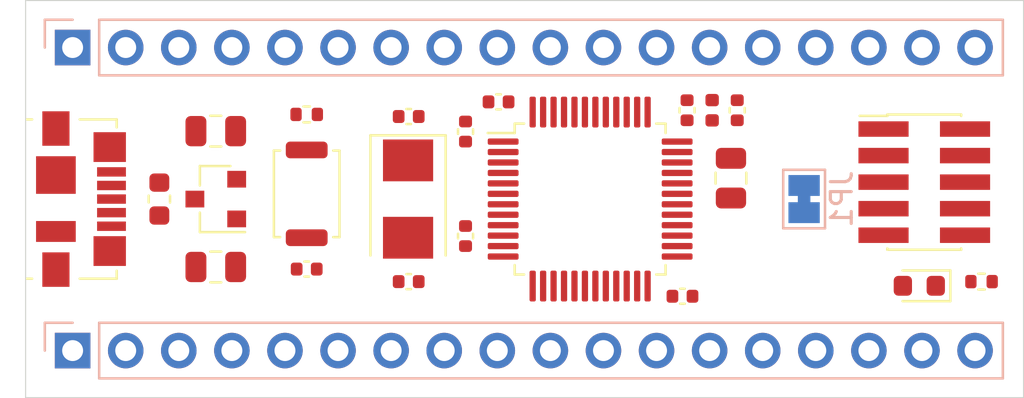
<source format=kicad_pcb>
(kicad_pcb (version 20171130) (host pcbnew "(5.1.10-1-10_14)")

  (general
    (thickness 1.6)
    (drawings 4)
    (tracks 0)
    (zones 0)
    (modules 26)
    (nets 54)
  )

  (page A4)
  (layers
    (0 F.Cu signal)
    (1 In1.Cu power)
    (2 In2.Cu power)
    (31 B.Cu signal)
    (32 B.Adhes user)
    (33 F.Adhes user)
    (34 B.Paste user)
    (35 F.Paste user)
    (36 B.SilkS user)
    (37 F.SilkS user)
    (38 B.Mask user)
    (39 F.Mask user)
    (40 Dwgs.User user)
    (41 Cmts.User user)
    (42 Eco1.User user)
    (43 Eco2.User user)
    (44 Edge.Cuts user)
    (45 Margin user)
    (46 B.CrtYd user)
    (47 F.CrtYd user)
    (48 B.Fab user)
    (49 F.Fab user)
  )

  (setup
    (last_trace_width 0.25)
    (trace_clearance 0.2)
    (zone_clearance 0.508)
    (zone_45_only no)
    (trace_min 0.2)
    (via_size 0.8)
    (via_drill 0.4)
    (via_min_size 0.4)
    (via_min_drill 0.3)
    (uvia_size 0.3)
    (uvia_drill 0.1)
    (uvias_allowed no)
    (uvia_min_size 0.2)
    (uvia_min_drill 0.1)
    (edge_width 0.05)
    (segment_width 0.2)
    (pcb_text_width 0.3)
    (pcb_text_size 1.5 1.5)
    (mod_edge_width 0.12)
    (mod_text_size 1 1)
    (mod_text_width 0.15)
    (pad_size 1.524 1.524)
    (pad_drill 0.762)
    (pad_to_mask_clearance 0)
    (aux_axis_origin 0 0)
    (visible_elements FFFFFF7F)
    (pcbplotparams
      (layerselection 0x010fc_ffffffff)
      (usegerberextensions false)
      (usegerberattributes true)
      (usegerberadvancedattributes true)
      (creategerberjobfile true)
      (excludeedgelayer true)
      (linewidth 0.100000)
      (plotframeref false)
      (viasonmask false)
      (mode 1)
      (useauxorigin false)
      (hpglpennumber 1)
      (hpglpenspeed 20)
      (hpglpendiameter 15.000000)
      (psnegative false)
      (psa4output false)
      (plotreference true)
      (plotvalue true)
      (plotinvisibletext false)
      (padsonsilk false)
      (subtractmaskfromsilk false)
      (outputformat 1)
      (mirror false)
      (drillshape 1)
      (scaleselection 1)
      (outputdirectory ""))
  )

  (net 0 "")
  (net 1 GND)
  (net 2 +3V3)
  (net 3 +3.3VA)
  (net 4 NRST)
  (net 5 /OSC_IN)
  (net 6 /OSC_OUT)
  (net 7 VCC)
  (net 8 "Net-(D2-Pad2)")
  (net 9 "Net-(D2-Pad1)")
  (net 10 +5V)
  (net 11 PB15)
  (net 12 PB14)
  (net 13 PB13)
  (net 14 PB12)
  (net 15 PB11)
  (net 16 PB10)
  (net 17 PB9)
  (net 18 PB8)
  (net 19 PB7)
  (net 20 PB6)
  (net 21 PB5)
  (net 22 PB4)
  (net 23 PB3)
  (net 24 PB2)
  (net 25 PB1)
  (net 26 PB0)
  (net 27 PA15)
  (net 28 SWCLK)
  (net 29 SWDIO)
  (net 30 PA12)
  (net 31 PA11)
  (net 32 PA10)
  (net 33 PA9)
  (net 34 PA8)
  (net 35 PA7)
  (net 36 PA6)
  (net 37 PA5)
  (net 38 PA4)
  (net 39 PA3)
  (net 40 PA2)
  (net 41 PA1)
  (net 42 PA0)
  (net 43 "Net-(J3-Pad6)")
  (net 44 "Net-(J3-Pad4)")
  (net 45 "Net-(J3-Pad3)")
  (net 46 "Net-(J3-Pad2)")
  (net 47 "Net-(J4-Pad8)")
  (net 48 "Net-(J4-Pad7)")
  (net 49 "Net-(J4-Pad6)")
  (net 50 "Net-(U1-Pad4)")
  (net 51 "Net-(U1-Pad3)")
  (net 52 "Net-(U1-Pad2)")
  (net 53 /BOOT0)

  (net_class Default "This is the default net class."
    (clearance 0.2)
    (trace_width 0.25)
    (via_dia 0.8)
    (via_drill 0.4)
    (uvia_dia 0.3)
    (uvia_drill 0.1)
    (add_net +3.3VA)
    (add_net +3V3)
    (add_net +5V)
    (add_net /BOOT0)
    (add_net /OSC_IN)
    (add_net /OSC_OUT)
    (add_net GND)
    (add_net NRST)
    (add_net "Net-(D2-Pad1)")
    (add_net "Net-(D2-Pad2)")
    (add_net "Net-(J3-Pad2)")
    (add_net "Net-(J3-Pad3)")
    (add_net "Net-(J3-Pad4)")
    (add_net "Net-(J3-Pad6)")
    (add_net "Net-(J4-Pad6)")
    (add_net "Net-(J4-Pad7)")
    (add_net "Net-(J4-Pad8)")
    (add_net "Net-(U1-Pad2)")
    (add_net "Net-(U1-Pad3)")
    (add_net "Net-(U1-Pad4)")
    (add_net PA0)
    (add_net PA1)
    (add_net PA10)
    (add_net PA11)
    (add_net PA12)
    (add_net PA15)
    (add_net PA2)
    (add_net PA3)
    (add_net PA4)
    (add_net PA5)
    (add_net PA6)
    (add_net PA7)
    (add_net PA8)
    (add_net PA9)
    (add_net PB0)
    (add_net PB1)
    (add_net PB10)
    (add_net PB11)
    (add_net PB12)
    (add_net PB13)
    (add_net PB14)
    (add_net PB15)
    (add_net PB2)
    (add_net PB3)
    (add_net PB4)
    (add_net PB5)
    (add_net PB6)
    (add_net PB7)
    (add_net PB8)
    (add_net PB9)
    (add_net SWCLK)
    (add_net SWDIO)
    (add_net VCC)
  )

  (module Connector_PinHeader_1.27mm:PinHeader_2x05_P1.27mm_Vertical_SMD (layer F.Cu) (tedit 59FED6E3) (tstamp 60F561B5)
    (at 140.75 106.44)
    (descr "surface-mounted straight pin header, 2x05, 1.27mm pitch, double rows")
    (tags "Surface mounted pin header SMD 2x05 1.27mm double row")
    (path /6104DE9C)
    (attr smd)
    (fp_text reference J4 (at 0 -4.235) (layer F.SilkS) hide
      (effects (font (size 1 1) (thickness 0.15)))
    )
    (fp_text value SWD (at -1.95 -4.35) (layer F.Fab) hide
      (effects (font (size 1 1) (thickness 0.15)))
    )
    (fp_text user %R (at 0 0 90) (layer F.Fab) hide
      (effects (font (size 1 1) (thickness 0.15)))
    )
    (fp_line (start 1.705 3.175) (end -1.705 3.175) (layer F.Fab) (width 0.1))
    (fp_line (start -1.27 -3.175) (end 1.705 -3.175) (layer F.Fab) (width 0.1))
    (fp_line (start -1.705 3.175) (end -1.705 -2.74) (layer F.Fab) (width 0.1))
    (fp_line (start -1.705 -2.74) (end -1.27 -3.175) (layer F.Fab) (width 0.1))
    (fp_line (start 1.705 -3.175) (end 1.705 3.175) (layer F.Fab) (width 0.1))
    (fp_line (start -1.705 -2.74) (end -2.75 -2.74) (layer F.Fab) (width 0.1))
    (fp_line (start -2.75 -2.74) (end -2.75 -2.34) (layer F.Fab) (width 0.1))
    (fp_line (start -2.75 -2.34) (end -1.705 -2.34) (layer F.Fab) (width 0.1))
    (fp_line (start 1.705 -2.74) (end 2.75 -2.74) (layer F.Fab) (width 0.1))
    (fp_line (start 2.75 -2.74) (end 2.75 -2.34) (layer F.Fab) (width 0.1))
    (fp_line (start 2.75 -2.34) (end 1.705 -2.34) (layer F.Fab) (width 0.1))
    (fp_line (start -1.705 -1.47) (end -2.75 -1.47) (layer F.Fab) (width 0.1))
    (fp_line (start -2.75 -1.47) (end -2.75 -1.07) (layer F.Fab) (width 0.1))
    (fp_line (start -2.75 -1.07) (end -1.705 -1.07) (layer F.Fab) (width 0.1))
    (fp_line (start 1.705 -1.47) (end 2.75 -1.47) (layer F.Fab) (width 0.1))
    (fp_line (start 2.75 -1.47) (end 2.75 -1.07) (layer F.Fab) (width 0.1))
    (fp_line (start 2.75 -1.07) (end 1.705 -1.07) (layer F.Fab) (width 0.1))
    (fp_line (start -1.705 -0.2) (end -2.75 -0.2) (layer F.Fab) (width 0.1))
    (fp_line (start -2.75 -0.2) (end -2.75 0.2) (layer F.Fab) (width 0.1))
    (fp_line (start -2.75 0.2) (end -1.705 0.2) (layer F.Fab) (width 0.1))
    (fp_line (start 1.705 -0.2) (end 2.75 -0.2) (layer F.Fab) (width 0.1))
    (fp_line (start 2.75 -0.2) (end 2.75 0.2) (layer F.Fab) (width 0.1))
    (fp_line (start 2.75 0.2) (end 1.705 0.2) (layer F.Fab) (width 0.1))
    (fp_line (start -1.705 1.07) (end -2.75 1.07) (layer F.Fab) (width 0.1))
    (fp_line (start -2.75 1.07) (end -2.75 1.47) (layer F.Fab) (width 0.1))
    (fp_line (start -2.75 1.47) (end -1.705 1.47) (layer F.Fab) (width 0.1))
    (fp_line (start 1.705 1.07) (end 2.75 1.07) (layer F.Fab) (width 0.1))
    (fp_line (start 2.75 1.07) (end 2.75 1.47) (layer F.Fab) (width 0.1))
    (fp_line (start 2.75 1.47) (end 1.705 1.47) (layer F.Fab) (width 0.1))
    (fp_line (start -1.705 2.34) (end -2.75 2.34) (layer F.Fab) (width 0.1))
    (fp_line (start -2.75 2.34) (end -2.75 2.74) (layer F.Fab) (width 0.1))
    (fp_line (start -2.75 2.74) (end -1.705 2.74) (layer F.Fab) (width 0.1))
    (fp_line (start 1.705 2.34) (end 2.75 2.34) (layer F.Fab) (width 0.1))
    (fp_line (start 2.75 2.34) (end 2.75 2.74) (layer F.Fab) (width 0.1))
    (fp_line (start 2.75 2.74) (end 1.705 2.74) (layer F.Fab) (width 0.1))
    (fp_line (start -1.765 -3.235) (end 1.765 -3.235) (layer F.SilkS) (width 0.12))
    (fp_line (start -1.765 3.235) (end 1.765 3.235) (layer F.SilkS) (width 0.12))
    (fp_line (start -3.09 -3.17) (end -1.765 -3.17) (layer F.SilkS) (width 0.12))
    (fp_line (start -1.765 -3.235) (end -1.765 -3.17) (layer F.SilkS) (width 0.12))
    (fp_line (start 1.765 -3.235) (end 1.765 -3.17) (layer F.SilkS) (width 0.12))
    (fp_line (start -1.765 3.17) (end -1.765 3.235) (layer F.SilkS) (width 0.12))
    (fp_line (start 1.765 3.17) (end 1.765 3.235) (layer F.SilkS) (width 0.12))
    (fp_line (start -4.3 -3.7) (end -4.3 3.7) (layer F.CrtYd) (width 0.05))
    (fp_line (start -4.3 3.7) (end 4.3 3.7) (layer F.CrtYd) (width 0.05))
    (fp_line (start 4.3 3.7) (end 4.3 -3.7) (layer F.CrtYd) (width 0.05))
    (fp_line (start 4.3 -3.7) (end -4.3 -3.7) (layer F.CrtYd) (width 0.05))
    (pad 10 smd rect (at 1.95 2.54) (size 2.4 0.74) (layers F.Cu F.Paste F.Mask)
      (net 4 NRST))
    (pad 9 smd rect (at -1.95 2.54) (size 2.4 0.74) (layers F.Cu F.Paste F.Mask)
      (net 1 GND))
    (pad 8 smd rect (at 1.95 1.27) (size 2.4 0.74) (layers F.Cu F.Paste F.Mask)
      (net 47 "Net-(J4-Pad8)"))
    (pad 7 smd rect (at -1.95 1.27) (size 2.4 0.74) (layers F.Cu F.Paste F.Mask)
      (net 48 "Net-(J4-Pad7)"))
    (pad 6 smd rect (at 1.95 0) (size 2.4 0.74) (layers F.Cu F.Paste F.Mask)
      (net 49 "Net-(J4-Pad6)"))
    (pad 5 smd rect (at -1.95 0) (size 2.4 0.74) (layers F.Cu F.Paste F.Mask)
      (net 1 GND))
    (pad 4 smd rect (at 1.95 -1.27) (size 2.4 0.74) (layers F.Cu F.Paste F.Mask)
      (net 28 SWCLK))
    (pad 3 smd rect (at -1.95 -1.27) (size 2.4 0.74) (layers F.Cu F.Paste F.Mask)
      (net 1 GND))
    (pad 2 smd rect (at 1.95 -2.54) (size 2.4 0.74) (layers F.Cu F.Paste F.Mask)
      (net 29 SWDIO))
    (pad 1 smd rect (at -1.95 -2.54) (size 2.4 0.74) (layers F.Cu F.Paste F.Mask)
      (net 2 +3V3))
    (model ${KISYS3DMOD}/Connector_PinHeader_1.27mm.3dshapes/PinHeader_2x05_P1.27mm_Vertical_SMD.wrl
      (at (xyz 0 0 0))
      (scale (xyz 1 1 1))
      (rotate (xyz 0 0 0))
    )
  )

  (module Capacitor_SMD:C_0805_2012Metric (layer F.Cu) (tedit 5F68FEEE) (tstamp 60F69BE0)
    (at 131.5 106.25 270)
    (descr "Capacitor SMD 0805 (2012 Metric), square (rectangular) end terminal, IPC_7351 nominal, (Body size source: IPC-SM-782 page 76, https://www.pcb-3d.com/wordpress/wp-content/uploads/ipc-sm-782a_amendment_1_and_2.pdf, https://docs.google.com/spreadsheets/d/1BsfQQcO9C6DZCsRaXUlFlo91Tg2WpOkGARC1WS5S8t0/edit?usp=sharing), generated with kicad-footprint-generator")
    (tags capacitor)
    (path /60F5866F)
    (attr smd)
    (fp_text reference C1 (at 0 -1.68 90) (layer F.SilkS) hide
      (effects (font (size 1 1) (thickness 0.15)))
    )
    (fp_text value 4.7u (at 0 1.68 90) (layer F.Fab) hide
      (effects (font (size 1 1) (thickness 0.15)))
    )
    (fp_text user %R (at 0 0 90) (layer F.Fab) hide
      (effects (font (size 0.5 0.5) (thickness 0.08)))
    )
    (fp_line (start -1 0.625) (end -1 -0.625) (layer F.Fab) (width 0.1))
    (fp_line (start -1 -0.625) (end 1 -0.625) (layer F.Fab) (width 0.1))
    (fp_line (start 1 -0.625) (end 1 0.625) (layer F.Fab) (width 0.1))
    (fp_line (start 1 0.625) (end -1 0.625) (layer F.Fab) (width 0.1))
    (fp_line (start -0.261252 -0.735) (end 0.261252 -0.735) (layer F.SilkS) (width 0.12))
    (fp_line (start -0.261252 0.735) (end 0.261252 0.735) (layer F.SilkS) (width 0.12))
    (fp_line (start -1.7 0.98) (end -1.7 -0.98) (layer F.CrtYd) (width 0.05))
    (fp_line (start -1.7 -0.98) (end 1.7 -0.98) (layer F.CrtYd) (width 0.05))
    (fp_line (start 1.7 -0.98) (end 1.7 0.98) (layer F.CrtYd) (width 0.05))
    (fp_line (start 1.7 0.98) (end -1.7 0.98) (layer F.CrtYd) (width 0.05))
    (pad 2 smd roundrect (at 0.95 0 270) (size 1 1.45) (layers F.Cu F.Paste F.Mask) (roundrect_rratio 0.25)
      (net 1 GND))
    (pad 1 smd roundrect (at -0.95 0 270) (size 1 1.45) (layers F.Cu F.Paste F.Mask) (roundrect_rratio 0.25)
      (net 2 +3V3))
    (model ${KISYS3DMOD}/Capacitor_SMD.3dshapes/C_0805_2012Metric.wrl
      (at (xyz 0 0 0))
      (scale (xyz 1 1 1))
      (rotate (xyz 0 0 0))
    )
  )

  (module Resistor_SMD:R_0402_1005Metric (layer F.Cu) (tedit 5F68FEEE) (tstamp 60F715C0)
    (at 143.49 111.2)
    (descr "Resistor SMD 0402 (1005 Metric), square (rectangular) end terminal, IPC_7351 nominal, (Body size source: IPC-SM-782 page 72, https://www.pcb-3d.com/wordpress/wp-content/uploads/ipc-sm-782a_amendment_1_and_2.pdf), generated with kicad-footprint-generator")
    (tags resistor)
    (path /60F9AE6E)
    (attr smd)
    (fp_text reference R2 (at 0 -1.17) (layer F.SilkS) hide
      (effects (font (size 1 1) (thickness 0.15)))
    )
    (fp_text value 1k (at 0 1.17) (layer F.Fab) hide
      (effects (font (size 1 1) (thickness 0.15)))
    )
    (fp_line (start 0.93 0.47) (end -0.93 0.47) (layer F.CrtYd) (width 0.05))
    (fp_line (start 0.93 -0.47) (end 0.93 0.47) (layer F.CrtYd) (width 0.05))
    (fp_line (start -0.93 -0.47) (end 0.93 -0.47) (layer F.CrtYd) (width 0.05))
    (fp_line (start -0.93 0.47) (end -0.93 -0.47) (layer F.CrtYd) (width 0.05))
    (fp_line (start -0.153641 0.38) (end 0.153641 0.38) (layer F.SilkS) (width 0.12))
    (fp_line (start -0.153641 -0.38) (end 0.153641 -0.38) (layer F.SilkS) (width 0.12))
    (fp_line (start 0.525 0.27) (end -0.525 0.27) (layer F.Fab) (width 0.1))
    (fp_line (start 0.525 -0.27) (end 0.525 0.27) (layer F.Fab) (width 0.1))
    (fp_line (start -0.525 -0.27) (end 0.525 -0.27) (layer F.Fab) (width 0.1))
    (fp_line (start -0.525 0.27) (end -0.525 -0.27) (layer F.Fab) (width 0.1))
    (fp_text user %R (at 0 0) (layer F.Fab) hide
      (effects (font (size 0.26 0.26) (thickness 0.04)))
    )
    (pad 2 smd roundrect (at 0.51 0) (size 0.54 0.64) (layers F.Cu F.Paste F.Mask) (roundrect_rratio 0.25)
      (net 1 GND))
    (pad 1 smd roundrect (at -0.51 0) (size 0.54 0.64) (layers F.Cu F.Paste F.Mask) (roundrect_rratio 0.25)
      (net 9 "Net-(D2-Pad1)"))
    (model ${KISYS3DMOD}/Resistor_SMD.3dshapes/R_0402_1005Metric.wrl
      (at (xyz 0 0 0))
      (scale (xyz 1 1 1))
      (rotate (xyz 0 0 0))
    )
  )

  (module Resistor_SMD:R_0402_1005Metric (layer F.Cu) (tedit 5F68FEEE) (tstamp 60F69D4E)
    (at 111.2 103.2 180)
    (descr "Resistor SMD 0402 (1005 Metric), square (rectangular) end terminal, IPC_7351 nominal, (Body size source: IPC-SM-782 page 72, https://www.pcb-3d.com/wordpress/wp-content/uploads/ipc-sm-782a_amendment_1_and_2.pdf), generated with kicad-footprint-generator")
    (tags resistor)
    (path /60F71A94)
    (attr smd)
    (fp_text reference R1 (at 0 -1.17) (layer F.SilkS) hide
      (effects (font (size 1 1) (thickness 0.15)))
    )
    (fp_text value 10k (at 0 1.17) (layer F.Fab) hide
      (effects (font (size 1 1) (thickness 0.15)))
    )
    (fp_line (start 0.93 0.47) (end -0.93 0.47) (layer F.CrtYd) (width 0.05))
    (fp_line (start 0.93 -0.47) (end 0.93 0.47) (layer F.CrtYd) (width 0.05))
    (fp_line (start -0.93 -0.47) (end 0.93 -0.47) (layer F.CrtYd) (width 0.05))
    (fp_line (start -0.93 0.47) (end -0.93 -0.47) (layer F.CrtYd) (width 0.05))
    (fp_line (start -0.153641 0.38) (end 0.153641 0.38) (layer F.SilkS) (width 0.12))
    (fp_line (start -0.153641 -0.38) (end 0.153641 -0.38) (layer F.SilkS) (width 0.12))
    (fp_line (start 0.525 0.27) (end -0.525 0.27) (layer F.Fab) (width 0.1))
    (fp_line (start 0.525 -0.27) (end 0.525 0.27) (layer F.Fab) (width 0.1))
    (fp_line (start -0.525 -0.27) (end 0.525 -0.27) (layer F.Fab) (width 0.1))
    (fp_line (start -0.525 0.27) (end -0.525 -0.27) (layer F.Fab) (width 0.1))
    (fp_text user %R (at 0 0) (layer F.Fab) hide
      (effects (font (size 0.26 0.26) (thickness 0.04)))
    )
    (pad 2 smd roundrect (at 0.51 0 180) (size 0.54 0.64) (layers F.Cu F.Paste F.Mask) (roundrect_rratio 0.25)
      (net 1 GND))
    (pad 1 smd roundrect (at -0.51 0 180) (size 0.54 0.64) (layers F.Cu F.Paste F.Mask) (roundrect_rratio 0.25)
      (net 53 /BOOT0))
    (model ${KISYS3DMOD}/Resistor_SMD.3dshapes/R_0402_1005Metric.wrl
      (at (xyz 0 0 0))
      (scale (xyz 1 1 1))
      (rotate (xyz 0 0 0))
    )
  )

  (module Inductor_SMD:L_0603_1608Metric (layer F.Cu) (tedit 5F68FEF0) (tstamp 60F6E42F)
    (at 104.15 107.25 90)
    (descr "Inductor SMD 0603 (1608 Metric), square (rectangular) end terminal, IPC_7351 nominal, (Body size source: http://www.tortai-tech.com/upload/download/2011102023233369053.pdf), generated with kicad-footprint-generator")
    (tags inductor)
    (path /61017528)
    (attr smd)
    (fp_text reference FB1 (at 0 -1.43 90) (layer F.SilkS) hide
      (effects (font (size 1 1) (thickness 0.15)))
    )
    (fp_text value 100R (at 0 1.43 90) (layer F.Fab) hide
      (effects (font (size 1 1) (thickness 0.15)))
    )
    (fp_line (start 1.48 0.73) (end -1.48 0.73) (layer F.CrtYd) (width 0.05))
    (fp_line (start 1.48 -0.73) (end 1.48 0.73) (layer F.CrtYd) (width 0.05))
    (fp_line (start -1.48 -0.73) (end 1.48 -0.73) (layer F.CrtYd) (width 0.05))
    (fp_line (start -1.48 0.73) (end -1.48 -0.73) (layer F.CrtYd) (width 0.05))
    (fp_line (start -0.162779 0.51) (end 0.162779 0.51) (layer F.SilkS) (width 0.12))
    (fp_line (start -0.162779 -0.51) (end 0.162779 -0.51) (layer F.SilkS) (width 0.12))
    (fp_line (start 0.8 0.4) (end -0.8 0.4) (layer F.Fab) (width 0.1))
    (fp_line (start 0.8 -0.4) (end 0.8 0.4) (layer F.Fab) (width 0.1))
    (fp_line (start -0.8 -0.4) (end 0.8 -0.4) (layer F.Fab) (width 0.1))
    (fp_line (start -0.8 0.4) (end -0.8 -0.4) (layer F.Fab) (width 0.1))
    (fp_text user %R (at 0 0 90) (layer F.Fab) hide
      (effects (font (size 0.4 0.4) (thickness 0.06)))
    )
    (pad 2 smd roundrect (at 0.7875 0 90) (size 0.875 0.95) (layers F.Cu F.Paste F.Mask) (roundrect_rratio 0.25)
      (net 10 +5V))
    (pad 1 smd roundrect (at -0.7875 0 90) (size 0.875 0.95) (layers F.Cu F.Paste F.Mask) (roundrect_rratio 0.25)
      (net 7 VCC))
    (model ${KISYS3DMOD}/Inductor_SMD.3dshapes/L_0603_1608Metric.wrl
      (at (xyz 0 0 0))
      (scale (xyz 1 1 1))
      (rotate (xyz 0 0 0))
    )
  )

  (module Capacitor_SMD:C_0805_2012Metric (layer F.Cu) (tedit 5F68FEEE) (tstamp 60F5BC41)
    (at 106.85 110.5)
    (descr "Capacitor SMD 0805 (2012 Metric), square (rectangular) end terminal, IPC_7351 nominal, (Body size source: IPC-SM-782 page 76, https://www.pcb-3d.com/wordpress/wp-content/uploads/ipc-sm-782a_amendment_1_and_2.pdf, https://docs.google.com/spreadsheets/d/1BsfQQcO9C6DZCsRaXUlFlo91Tg2WpOkGARC1WS5S8t0/edit?usp=sharing), generated with kicad-footprint-generator")
    (tags capacitor)
    (path /6101E215)
    (attr smd)
    (fp_text reference C12 (at 0 -1.68) (layer F.SilkS) hide
      (effects (font (size 1 1) (thickness 0.15)))
    )
    (fp_text value 1u (at 0 1.68) (layer F.Fab) hide
      (effects (font (size 1 1) (thickness 0.15)))
    )
    (fp_line (start 1.7 0.98) (end -1.7 0.98) (layer F.CrtYd) (width 0.05))
    (fp_line (start 1.7 -0.98) (end 1.7 0.98) (layer F.CrtYd) (width 0.05))
    (fp_line (start -1.7 -0.98) (end 1.7 -0.98) (layer F.CrtYd) (width 0.05))
    (fp_line (start -1.7 0.98) (end -1.7 -0.98) (layer F.CrtYd) (width 0.05))
    (fp_line (start -0.261252 0.735) (end 0.261252 0.735) (layer F.SilkS) (width 0.12))
    (fp_line (start -0.261252 -0.735) (end 0.261252 -0.735) (layer F.SilkS) (width 0.12))
    (fp_line (start 1 0.625) (end -1 0.625) (layer F.Fab) (width 0.1))
    (fp_line (start 1 -0.625) (end 1 0.625) (layer F.Fab) (width 0.1))
    (fp_line (start -1 -0.625) (end 1 -0.625) (layer F.Fab) (width 0.1))
    (fp_line (start -1 0.625) (end -1 -0.625) (layer F.Fab) (width 0.1))
    (fp_text user %R (at 0 0) (layer F.Fab) hide
      (effects (font (size 0.5 0.5) (thickness 0.08)))
    )
    (pad 2 smd roundrect (at 0.95 0) (size 1 1.45) (layers F.Cu F.Paste F.Mask) (roundrect_rratio 0.25)
      (net 1 GND))
    (pad 1 smd roundrect (at -0.95 0) (size 1 1.45) (layers F.Cu F.Paste F.Mask) (roundrect_rratio 0.25)
      (net 7 VCC))
    (model ${KISYS3DMOD}/Capacitor_SMD.3dshapes/C_0805_2012Metric.wrl
      (at (xyz 0 0 0))
      (scale (xyz 1 1 1))
      (rotate (xyz 0 0 0))
    )
  )

  (module Capacitor_SMD:C_0805_2012Metric (layer F.Cu) (tedit 5F68FEEE) (tstamp 60F560D7)
    (at 106.85 104 180)
    (descr "Capacitor SMD 0805 (2012 Metric), square (rectangular) end terminal, IPC_7351 nominal, (Body size source: IPC-SM-782 page 76, https://www.pcb-3d.com/wordpress/wp-content/uploads/ipc-sm-782a_amendment_1_and_2.pdf, https://docs.google.com/spreadsheets/d/1BsfQQcO9C6DZCsRaXUlFlo91Tg2WpOkGARC1WS5S8t0/edit?usp=sharing), generated with kicad-footprint-generator")
    (tags capacitor)
    (path /6102AE0A)
    (attr smd)
    (fp_text reference C11 (at 0 -1.68) (layer F.SilkS) hide
      (effects (font (size 1 1) (thickness 0.15)))
    )
    (fp_text value 1u (at 0 1.68) (layer F.Fab) hide
      (effects (font (size 1 1) (thickness 0.15)))
    )
    (fp_line (start 1.7 0.98) (end -1.7 0.98) (layer F.CrtYd) (width 0.05))
    (fp_line (start 1.7 -0.98) (end 1.7 0.98) (layer F.CrtYd) (width 0.05))
    (fp_line (start -1.7 -0.98) (end 1.7 -0.98) (layer F.CrtYd) (width 0.05))
    (fp_line (start -1.7 0.98) (end -1.7 -0.98) (layer F.CrtYd) (width 0.05))
    (fp_line (start -0.261252 0.735) (end 0.261252 0.735) (layer F.SilkS) (width 0.12))
    (fp_line (start -0.261252 -0.735) (end 0.261252 -0.735) (layer F.SilkS) (width 0.12))
    (fp_line (start 1 0.625) (end -1 0.625) (layer F.Fab) (width 0.1))
    (fp_line (start 1 -0.625) (end 1 0.625) (layer F.Fab) (width 0.1))
    (fp_line (start -1 -0.625) (end 1 -0.625) (layer F.Fab) (width 0.1))
    (fp_line (start -1 0.625) (end -1 -0.625) (layer F.Fab) (width 0.1))
    (fp_text user %R (at 0 0) (layer F.Fab) hide
      (effects (font (size 0.5 0.5) (thickness 0.08)))
    )
    (pad 2 smd roundrect (at 0.95 0 180) (size 1 1.45) (layers F.Cu F.Paste F.Mask) (roundrect_rratio 0.25)
      (net 1 GND))
    (pad 1 smd roundrect (at -0.95 0 180) (size 1 1.45) (layers F.Cu F.Paste F.Mask) (roundrect_rratio 0.25)
      (net 2 +3V3))
    (model ${KISYS3DMOD}/Capacitor_SMD.3dshapes/C_0805_2012Metric.wrl
      (at (xyz 0 0 0))
      (scale (xyz 1 1 1))
      (rotate (xyz 0 0 0))
    )
  )

  (module Capacitor_SMD:C_0402_1005Metric (layer F.Cu) (tedit 5F68FEEE) (tstamp 60F691DF)
    (at 116.08 111.2)
    (descr "Capacitor SMD 0402 (1005 Metric), square (rectangular) end terminal, IPC_7351 nominal, (Body size source: IPC-SM-782 page 76, https://www.pcb-3d.com/wordpress/wp-content/uploads/ipc-sm-782a_amendment_1_and_2.pdf), generated with kicad-footprint-generator")
    (tags capacitor)
    (path /60F84D5D)
    (attr smd)
    (fp_text reference C10 (at 0 -1.16) (layer F.SilkS) hide
      (effects (font (size 1 1) (thickness 0.15)))
    )
    (fp_text value 30p (at 0 1.16) (layer F.Fab) hide
      (effects (font (size 1 1) (thickness 0.15)))
    )
    (fp_line (start 0.91 0.46) (end -0.91 0.46) (layer F.CrtYd) (width 0.05))
    (fp_line (start 0.91 -0.46) (end 0.91 0.46) (layer F.CrtYd) (width 0.05))
    (fp_line (start -0.91 -0.46) (end 0.91 -0.46) (layer F.CrtYd) (width 0.05))
    (fp_line (start -0.91 0.46) (end -0.91 -0.46) (layer F.CrtYd) (width 0.05))
    (fp_line (start -0.107836 0.36) (end 0.107836 0.36) (layer F.SilkS) (width 0.12))
    (fp_line (start -0.107836 -0.36) (end 0.107836 -0.36) (layer F.SilkS) (width 0.12))
    (fp_line (start 0.5 0.25) (end -0.5 0.25) (layer F.Fab) (width 0.1))
    (fp_line (start 0.5 -0.25) (end 0.5 0.25) (layer F.Fab) (width 0.1))
    (fp_line (start -0.5 -0.25) (end 0.5 -0.25) (layer F.Fab) (width 0.1))
    (fp_line (start -0.5 0.25) (end -0.5 -0.25) (layer F.Fab) (width 0.1))
    (fp_text user %R (at 0 0) (layer F.Fab) hide
      (effects (font (size 0.25 0.25) (thickness 0.04)))
    )
    (pad 2 smd roundrect (at 0.48 0) (size 0.56 0.62) (layers F.Cu F.Paste F.Mask) (roundrect_rratio 0.25)
      (net 1 GND))
    (pad 1 smd roundrect (at -0.48 0) (size 0.56 0.62) (layers F.Cu F.Paste F.Mask) (roundrect_rratio 0.25)
      (net 6 /OSC_OUT))
    (model ${KISYS3DMOD}/Capacitor_SMD.3dshapes/C_0402_1005Metric.wrl
      (at (xyz 0 0 0))
      (scale (xyz 1 1 1))
      (rotate (xyz 0 0 0))
    )
  )

  (module Capacitor_SMD:C_0402_1005Metric (layer F.Cu) (tedit 5F68FEEE) (tstamp 60F66E83)
    (at 116.08 103.3)
    (descr "Capacitor SMD 0402 (1005 Metric), square (rectangular) end terminal, IPC_7351 nominal, (Body size source: IPC-SM-782 page 76, https://www.pcb-3d.com/wordpress/wp-content/uploads/ipc-sm-782a_amendment_1_and_2.pdf), generated with kicad-footprint-generator")
    (tags capacitor)
    (path /60F8489D)
    (attr smd)
    (fp_text reference C9 (at 0 -1.16) (layer F.SilkS) hide
      (effects (font (size 1 1) (thickness 0.15)))
    )
    (fp_text value 30p (at 0 1.16) (layer F.Fab) hide
      (effects (font (size 1 1) (thickness 0.15)))
    )
    (fp_line (start 0.91 0.46) (end -0.91 0.46) (layer F.CrtYd) (width 0.05))
    (fp_line (start 0.91 -0.46) (end 0.91 0.46) (layer F.CrtYd) (width 0.05))
    (fp_line (start -0.91 -0.46) (end 0.91 -0.46) (layer F.CrtYd) (width 0.05))
    (fp_line (start -0.91 0.46) (end -0.91 -0.46) (layer F.CrtYd) (width 0.05))
    (fp_line (start -0.107836 0.36) (end 0.107836 0.36) (layer F.SilkS) (width 0.12))
    (fp_line (start -0.107836 -0.36) (end 0.107836 -0.36) (layer F.SilkS) (width 0.12))
    (fp_line (start 0.5 0.25) (end -0.5 0.25) (layer F.Fab) (width 0.1))
    (fp_line (start 0.5 -0.25) (end 0.5 0.25) (layer F.Fab) (width 0.1))
    (fp_line (start -0.5 -0.25) (end 0.5 -0.25) (layer F.Fab) (width 0.1))
    (fp_line (start -0.5 0.25) (end -0.5 -0.25) (layer F.Fab) (width 0.1))
    (fp_text user %R (at 0 0) (layer F.Fab) hide
      (effects (font (size 0.25 0.25) (thickness 0.04)))
    )
    (pad 2 smd roundrect (at 0.48 0) (size 0.56 0.62) (layers F.Cu F.Paste F.Mask) (roundrect_rratio 0.25)
      (net 1 GND))
    (pad 1 smd roundrect (at -0.48 0) (size 0.56 0.62) (layers F.Cu F.Paste F.Mask) (roundrect_rratio 0.25)
      (net 5 /OSC_IN))
    (model ${KISYS3DMOD}/Capacitor_SMD.3dshapes/C_0402_1005Metric.wrl
      (at (xyz 0 0 0))
      (scale (xyz 1 1 1))
      (rotate (xyz 0 0 0))
    )
  )

  (module Capacitor_SMD:C_0402_1005Metric (layer F.Cu) (tedit 5F68FEEE) (tstamp 60F68F20)
    (at 111.2 110.6 180)
    (descr "Capacitor SMD 0402 (1005 Metric), square (rectangular) end terminal, IPC_7351 nominal, (Body size source: IPC-SM-782 page 76, https://www.pcb-3d.com/wordpress/wp-content/uploads/ipc-sm-782a_amendment_1_and_2.pdf), generated with kicad-footprint-generator")
    (tags capacitor)
    (path /60F737CB)
    (attr smd)
    (fp_text reference C8 (at 0 -1.16) (layer F.SilkS) hide
      (effects (font (size 1 1) (thickness 0.15)))
    )
    (fp_text value 100n (at 0 1.16) (layer F.Fab) hide
      (effects (font (size 1 1) (thickness 0.15)))
    )
    (fp_line (start 0.91 0.46) (end -0.91 0.46) (layer F.CrtYd) (width 0.05))
    (fp_line (start 0.91 -0.46) (end 0.91 0.46) (layer F.CrtYd) (width 0.05))
    (fp_line (start -0.91 -0.46) (end 0.91 -0.46) (layer F.CrtYd) (width 0.05))
    (fp_line (start -0.91 0.46) (end -0.91 -0.46) (layer F.CrtYd) (width 0.05))
    (fp_line (start -0.107836 0.36) (end 0.107836 0.36) (layer F.SilkS) (width 0.12))
    (fp_line (start -0.107836 -0.36) (end 0.107836 -0.36) (layer F.SilkS) (width 0.12))
    (fp_line (start 0.5 0.25) (end -0.5 0.25) (layer F.Fab) (width 0.1))
    (fp_line (start 0.5 -0.25) (end 0.5 0.25) (layer F.Fab) (width 0.1))
    (fp_line (start -0.5 -0.25) (end 0.5 -0.25) (layer F.Fab) (width 0.1))
    (fp_line (start -0.5 0.25) (end -0.5 -0.25) (layer F.Fab) (width 0.1))
    (fp_text user %R (at 0 0) (layer F.Fab) hide
      (effects (font (size 0.25 0.25) (thickness 0.04)))
    )
    (pad 2 smd roundrect (at 0.48 0 180) (size 0.56 0.62) (layers F.Cu F.Paste F.Mask) (roundrect_rratio 0.25)
      (net 1 GND))
    (pad 1 smd roundrect (at -0.48 0 180) (size 0.56 0.62) (layers F.Cu F.Paste F.Mask) (roundrect_rratio 0.25)
      (net 4 NRST))
    (model ${KISYS3DMOD}/Capacitor_SMD.3dshapes/C_0402_1005Metric.wrl
      (at (xyz 0 0 0))
      (scale (xyz 1 1 1))
      (rotate (xyz 0 0 0))
    )
  )

  (module Capacitor_SMD:C_0402_1005Metric (layer F.Cu) (tedit 5F68FEEE) (tstamp 60F70743)
    (at 131.8 103 90)
    (descr "Capacitor SMD 0402 (1005 Metric), square (rectangular) end terminal, IPC_7351 nominal, (Body size source: IPC-SM-782 page 76, https://www.pcb-3d.com/wordpress/wp-content/uploads/ipc-sm-782a_amendment_1_and_2.pdf), generated with kicad-footprint-generator")
    (tags capacitor)
    (path /60F63544)
    (attr smd)
    (fp_text reference C7 (at 0 -1.16 90) (layer F.SilkS) hide
      (effects (font (size 1 1) (thickness 0.15)))
    )
    (fp_text value 100n (at 0 1.16 90) (layer F.Fab) hide
      (effects (font (size 1 1) (thickness 0.15)))
    )
    (fp_line (start 0.91 0.46) (end -0.91 0.46) (layer F.CrtYd) (width 0.05))
    (fp_line (start 0.91 -0.46) (end 0.91 0.46) (layer F.CrtYd) (width 0.05))
    (fp_line (start -0.91 -0.46) (end 0.91 -0.46) (layer F.CrtYd) (width 0.05))
    (fp_line (start -0.91 0.46) (end -0.91 -0.46) (layer F.CrtYd) (width 0.05))
    (fp_line (start -0.107836 0.36) (end 0.107836 0.36) (layer F.SilkS) (width 0.12))
    (fp_line (start -0.107836 -0.36) (end 0.107836 -0.36) (layer F.SilkS) (width 0.12))
    (fp_line (start 0.5 0.25) (end -0.5 0.25) (layer F.Fab) (width 0.1))
    (fp_line (start 0.5 -0.25) (end 0.5 0.25) (layer F.Fab) (width 0.1))
    (fp_line (start -0.5 -0.25) (end 0.5 -0.25) (layer F.Fab) (width 0.1))
    (fp_line (start -0.5 0.25) (end -0.5 -0.25) (layer F.Fab) (width 0.1))
    (fp_text user %R (at 0 0 90) (layer F.Fab) hide
      (effects (font (size 0.25 0.25) (thickness 0.04)))
    )
    (pad 2 smd roundrect (at 0.48 0 90) (size 0.56 0.62) (layers F.Cu F.Paste F.Mask) (roundrect_rratio 0.25)
      (net 1 GND))
    (pad 1 smd roundrect (at -0.48 0 90) (size 0.56 0.62) (layers F.Cu F.Paste F.Mask) (roundrect_rratio 0.25)
      (net 3 +3.3VA))
    (model ${KISYS3DMOD}/Capacitor_SMD.3dshapes/C_0402_1005Metric.wrl
      (at (xyz 0 0 0))
      (scale (xyz 1 1 1))
      (rotate (xyz 0 0 0))
    )
  )

  (module Capacitor_SMD:C_0402_1005Metric (layer F.Cu) (tedit 5F68FEEE) (tstamp 60F70713)
    (at 129.4 103 90)
    (descr "Capacitor SMD 0402 (1005 Metric), square (rectangular) end terminal, IPC_7351 nominal, (Body size source: IPC-SM-782 page 76, https://www.pcb-3d.com/wordpress/wp-content/uploads/ipc-sm-782a_amendment_1_and_2.pdf), generated with kicad-footprint-generator")
    (tags capacitor)
    (path /60F62C60)
    (attr smd)
    (fp_text reference C6 (at 0 -1.16 90) (layer F.SilkS) hide
      (effects (font (size 1 1) (thickness 0.15)))
    )
    (fp_text value 1u (at 0 1.16 90) (layer F.Fab) hide
      (effects (font (size 1 1) (thickness 0.15)))
    )
    (fp_line (start 0.91 0.46) (end -0.91 0.46) (layer F.CrtYd) (width 0.05))
    (fp_line (start 0.91 -0.46) (end 0.91 0.46) (layer F.CrtYd) (width 0.05))
    (fp_line (start -0.91 -0.46) (end 0.91 -0.46) (layer F.CrtYd) (width 0.05))
    (fp_line (start -0.91 0.46) (end -0.91 -0.46) (layer F.CrtYd) (width 0.05))
    (fp_line (start -0.107836 0.36) (end 0.107836 0.36) (layer F.SilkS) (width 0.12))
    (fp_line (start -0.107836 -0.36) (end 0.107836 -0.36) (layer F.SilkS) (width 0.12))
    (fp_line (start 0.5 0.25) (end -0.5 0.25) (layer F.Fab) (width 0.1))
    (fp_line (start 0.5 -0.25) (end 0.5 0.25) (layer F.Fab) (width 0.1))
    (fp_line (start -0.5 -0.25) (end 0.5 -0.25) (layer F.Fab) (width 0.1))
    (fp_line (start -0.5 0.25) (end -0.5 -0.25) (layer F.Fab) (width 0.1))
    (fp_text user %R (at 0 0 90) (layer F.Fab) hide
      (effects (font (size 0.25 0.25) (thickness 0.04)))
    )
    (pad 2 smd roundrect (at 0.48 0 90) (size 0.56 0.62) (layers F.Cu F.Paste F.Mask) (roundrect_rratio 0.25)
      (net 1 GND))
    (pad 1 smd roundrect (at -0.48 0 90) (size 0.56 0.62) (layers F.Cu F.Paste F.Mask) (roundrect_rratio 0.25)
      (net 3 +3.3VA))
    (model ${KISYS3DMOD}/Capacitor_SMD.3dshapes/C_0402_1005Metric.wrl
      (at (xyz 0 0 0))
      (scale (xyz 1 1 1))
      (rotate (xyz 0 0 0))
    )
  )

  (module Capacitor_SMD:C_0402_1005Metric (layer F.Cu) (tedit 5F68FEEE) (tstamp 60F69B50)
    (at 129.18 111.9)
    (descr "Capacitor SMD 0402 (1005 Metric), square (rectangular) end terminal, IPC_7351 nominal, (Body size source: IPC-SM-782 page 76, https://www.pcb-3d.com/wordpress/wp-content/uploads/ipc-sm-782a_amendment_1_and_2.pdf), generated with kicad-footprint-generator")
    (tags capacitor)
    (path /60F5B921)
    (attr smd)
    (fp_text reference C5 (at 0 -1.16) (layer F.SilkS) hide
      (effects (font (size 1 1) (thickness 0.15)))
    )
    (fp_text value 100n (at 0 1.16) (layer F.Fab) hide
      (effects (font (size 1 1) (thickness 0.15)))
    )
    (fp_line (start 0.91 0.46) (end -0.91 0.46) (layer F.CrtYd) (width 0.05))
    (fp_line (start 0.91 -0.46) (end 0.91 0.46) (layer F.CrtYd) (width 0.05))
    (fp_line (start -0.91 -0.46) (end 0.91 -0.46) (layer F.CrtYd) (width 0.05))
    (fp_line (start -0.91 0.46) (end -0.91 -0.46) (layer F.CrtYd) (width 0.05))
    (fp_line (start -0.107836 0.36) (end 0.107836 0.36) (layer F.SilkS) (width 0.12))
    (fp_line (start -0.107836 -0.36) (end 0.107836 -0.36) (layer F.SilkS) (width 0.12))
    (fp_line (start 0.5 0.25) (end -0.5 0.25) (layer F.Fab) (width 0.1))
    (fp_line (start 0.5 -0.25) (end 0.5 0.25) (layer F.Fab) (width 0.1))
    (fp_line (start -0.5 -0.25) (end 0.5 -0.25) (layer F.Fab) (width 0.1))
    (fp_line (start -0.5 0.25) (end -0.5 -0.25) (layer F.Fab) (width 0.1))
    (fp_text user %R (at 0 0) (layer F.Fab) hide
      (effects (font (size 0.25 0.25) (thickness 0.04)))
    )
    (pad 2 smd roundrect (at 0.48 0) (size 0.56 0.62) (layers F.Cu F.Paste F.Mask) (roundrect_rratio 0.25)
      (net 1 GND))
    (pad 1 smd roundrect (at -0.48 0) (size 0.56 0.62) (layers F.Cu F.Paste F.Mask) (roundrect_rratio 0.25)
      (net 2 +3V3))
    (model ${KISYS3DMOD}/Capacitor_SMD.3dshapes/C_0402_1005Metric.wrl
      (at (xyz 0 0 0))
      (scale (xyz 1 1 1))
      (rotate (xyz 0 0 0))
    )
  )

  (module Capacitor_SMD:C_0402_1005Metric (layer F.Cu) (tedit 5F68FEEE) (tstamp 60F69C10)
    (at 118.8 109.02 270)
    (descr "Capacitor SMD 0402 (1005 Metric), square (rectangular) end terminal, IPC_7351 nominal, (Body size source: IPC-SM-782 page 76, https://www.pcb-3d.com/wordpress/wp-content/uploads/ipc-sm-782a_amendment_1_and_2.pdf), generated with kicad-footprint-generator")
    (tags capacitor)
    (path /60F594AE)
    (attr smd)
    (fp_text reference C4 (at 0 -1.16 90) (layer F.SilkS) hide
      (effects (font (size 1 1) (thickness 0.15)))
    )
    (fp_text value 100n (at 0 1.16 90) (layer F.Fab) hide
      (effects (font (size 1 1) (thickness 0.15)))
    )
    (fp_line (start 0.91 0.46) (end -0.91 0.46) (layer F.CrtYd) (width 0.05))
    (fp_line (start 0.91 -0.46) (end 0.91 0.46) (layer F.CrtYd) (width 0.05))
    (fp_line (start -0.91 -0.46) (end 0.91 -0.46) (layer F.CrtYd) (width 0.05))
    (fp_line (start -0.91 0.46) (end -0.91 -0.46) (layer F.CrtYd) (width 0.05))
    (fp_line (start -0.107836 0.36) (end 0.107836 0.36) (layer F.SilkS) (width 0.12))
    (fp_line (start -0.107836 -0.36) (end 0.107836 -0.36) (layer F.SilkS) (width 0.12))
    (fp_line (start 0.5 0.25) (end -0.5 0.25) (layer F.Fab) (width 0.1))
    (fp_line (start 0.5 -0.25) (end 0.5 0.25) (layer F.Fab) (width 0.1))
    (fp_line (start -0.5 -0.25) (end 0.5 -0.25) (layer F.Fab) (width 0.1))
    (fp_line (start -0.5 0.25) (end -0.5 -0.25) (layer F.Fab) (width 0.1))
    (fp_text user %R (at 0 0 90) (layer F.Fab) hide
      (effects (font (size 0.25 0.25) (thickness 0.04)))
    )
    (pad 2 smd roundrect (at 0.48 0 270) (size 0.56 0.62) (layers F.Cu F.Paste F.Mask) (roundrect_rratio 0.25)
      (net 1 GND))
    (pad 1 smd roundrect (at -0.48 0 270) (size 0.56 0.62) (layers F.Cu F.Paste F.Mask) (roundrect_rratio 0.25)
      (net 2 +3V3))
    (model ${KISYS3DMOD}/Capacitor_SMD.3dshapes/C_0402_1005Metric.wrl
      (at (xyz 0 0 0))
      (scale (xyz 1 1 1))
      (rotate (xyz 0 0 0))
    )
  )

  (module Capacitor_SMD:C_0402_1005Metric (layer F.Cu) (tedit 5F68FEEE) (tstamp 60F69B80)
    (at 120.38 102.6 180)
    (descr "Capacitor SMD 0402 (1005 Metric), square (rectangular) end terminal, IPC_7351 nominal, (Body size source: IPC-SM-782 page 76, https://www.pcb-3d.com/wordpress/wp-content/uploads/ipc-sm-782a_amendment_1_and_2.pdf), generated with kicad-footprint-generator")
    (tags capacitor)
    (path /60F59257)
    (attr smd)
    (fp_text reference C3 (at 0 -1.16) (layer F.SilkS) hide
      (effects (font (size 1 1) (thickness 0.15)))
    )
    (fp_text value 100n (at 0 1.16) (layer F.Fab) hide
      (effects (font (size 1 1) (thickness 0.15)))
    )
    (fp_line (start 0.91 0.46) (end -0.91 0.46) (layer F.CrtYd) (width 0.05))
    (fp_line (start 0.91 -0.46) (end 0.91 0.46) (layer F.CrtYd) (width 0.05))
    (fp_line (start -0.91 -0.46) (end 0.91 -0.46) (layer F.CrtYd) (width 0.05))
    (fp_line (start -0.91 0.46) (end -0.91 -0.46) (layer F.CrtYd) (width 0.05))
    (fp_line (start -0.107836 0.36) (end 0.107836 0.36) (layer F.SilkS) (width 0.12))
    (fp_line (start -0.107836 -0.36) (end 0.107836 -0.36) (layer F.SilkS) (width 0.12))
    (fp_line (start 0.5 0.25) (end -0.5 0.25) (layer F.Fab) (width 0.1))
    (fp_line (start 0.5 -0.25) (end 0.5 0.25) (layer F.Fab) (width 0.1))
    (fp_line (start -0.5 -0.25) (end 0.5 -0.25) (layer F.Fab) (width 0.1))
    (fp_line (start -0.5 0.25) (end -0.5 -0.25) (layer F.Fab) (width 0.1))
    (fp_text user %R (at 0 0) (layer F.Fab) hide
      (effects (font (size 0.25 0.25) (thickness 0.04)))
    )
    (pad 2 smd roundrect (at 0.48 0 180) (size 0.56 0.62) (layers F.Cu F.Paste F.Mask) (roundrect_rratio 0.25)
      (net 1 GND))
    (pad 1 smd roundrect (at -0.48 0 180) (size 0.56 0.62) (layers F.Cu F.Paste F.Mask) (roundrect_rratio 0.25)
      (net 2 +3V3))
    (model ${KISYS3DMOD}/Capacitor_SMD.3dshapes/C_0402_1005Metric.wrl
      (at (xyz 0 0 0))
      (scale (xyz 1 1 1))
      (rotate (xyz 0 0 0))
    )
  )

  (module Capacitor_SMD:C_0402_1005Metric (layer F.Cu) (tedit 5F68FEEE) (tstamp 60F69BB0)
    (at 118.8 104.02 90)
    (descr "Capacitor SMD 0402 (1005 Metric), square (rectangular) end terminal, IPC_7351 nominal, (Body size source: IPC-SM-782 page 76, https://www.pcb-3d.com/wordpress/wp-content/uploads/ipc-sm-782a_amendment_1_and_2.pdf), generated with kicad-footprint-generator")
    (tags capacitor)
    (path /60F58EC2)
    (attr smd)
    (fp_text reference C2 (at 0 -1.16 90) (layer F.SilkS) hide
      (effects (font (size 1 1) (thickness 0.15)))
    )
    (fp_text value 100n (at 0 1.16 90) (layer F.Fab) hide
      (effects (font (size 1 1) (thickness 0.15)))
    )
    (fp_line (start 0.91 0.46) (end -0.91 0.46) (layer F.CrtYd) (width 0.05))
    (fp_line (start 0.91 -0.46) (end 0.91 0.46) (layer F.CrtYd) (width 0.05))
    (fp_line (start -0.91 -0.46) (end 0.91 -0.46) (layer F.CrtYd) (width 0.05))
    (fp_line (start -0.91 0.46) (end -0.91 -0.46) (layer F.CrtYd) (width 0.05))
    (fp_line (start -0.107836 0.36) (end 0.107836 0.36) (layer F.SilkS) (width 0.12))
    (fp_line (start -0.107836 -0.36) (end 0.107836 -0.36) (layer F.SilkS) (width 0.12))
    (fp_line (start 0.5 0.25) (end -0.5 0.25) (layer F.Fab) (width 0.1))
    (fp_line (start 0.5 -0.25) (end 0.5 0.25) (layer F.Fab) (width 0.1))
    (fp_line (start -0.5 -0.25) (end 0.5 -0.25) (layer F.Fab) (width 0.1))
    (fp_line (start -0.5 0.25) (end -0.5 -0.25) (layer F.Fab) (width 0.1))
    (fp_text user %R (at 0 0 90) (layer F.Fab) hide
      (effects (font (size 0.25 0.25) (thickness 0.04)))
    )
    (pad 2 smd roundrect (at 0.48 0 90) (size 0.56 0.62) (layers F.Cu F.Paste F.Mask) (roundrect_rratio 0.25)
      (net 1 GND))
    (pad 1 smd roundrect (at -0.48 0 90) (size 0.56 0.62) (layers F.Cu F.Paste F.Mask) (roundrect_rratio 0.25)
      (net 2 +3V3))
    (model ${KISYS3DMOD}/Capacitor_SMD.3dshapes/C_0402_1005Metric.wrl
      (at (xyz 0 0 0))
      (scale (xyz 1 1 1))
      (rotate (xyz 0 0 0))
    )
  )

  (module Crystal:Crystal_SMD_5032-2Pin_5.0x3.2mm (layer F.Cu) (tedit 5A0FD1B2) (tstamp 60F66EBD)
    (at 116.05 107.25 270)
    (descr "SMD Crystal SERIES SMD2520/2 http://www.icbase.com/File/PDF/HKC/HKC00061008.pdf, 5.0x3.2mm^2 package")
    (tags "SMD SMT crystal")
    (path /60F830E6)
    (attr smd)
    (fp_text reference Y1 (at 0 -2.8 90) (layer F.SilkS) hide
      (effects (font (size 1 1) (thickness 0.15)))
    )
    (fp_text value 8MHz (at 0 2.8 90) (layer F.Fab) hide
      (effects (font (size 1 1) (thickness 0.15)))
    )
    (fp_circle (center 0 0) (end 0.093333 0) (layer F.Adhes) (width 0.186667))
    (fp_circle (center 0 0) (end 0.213333 0) (layer F.Adhes) (width 0.133333))
    (fp_circle (center 0 0) (end 0.333333 0) (layer F.Adhes) (width 0.133333))
    (fp_circle (center 0 0) (end 0.4 0) (layer F.Adhes) (width 0.1))
    (fp_line (start 3.1 -1.9) (end -3.1 -1.9) (layer F.CrtYd) (width 0.05))
    (fp_line (start 3.1 1.9) (end 3.1 -1.9) (layer F.CrtYd) (width 0.05))
    (fp_line (start -3.1 1.9) (end 3.1 1.9) (layer F.CrtYd) (width 0.05))
    (fp_line (start -3.1 -1.9) (end -3.1 1.9) (layer F.CrtYd) (width 0.05))
    (fp_line (start -3.05 1.8) (end 2.7 1.8) (layer F.SilkS) (width 0.12))
    (fp_line (start -3.05 -1.8) (end -3.05 1.8) (layer F.SilkS) (width 0.12))
    (fp_line (start 2.7 -1.8) (end -3.05 -1.8) (layer F.SilkS) (width 0.12))
    (fp_line (start -2.5 0.6) (end -1.5 1.6) (layer F.Fab) (width 0.1))
    (fp_line (start -2.5 -1.4) (end -2.3 -1.6) (layer F.Fab) (width 0.1))
    (fp_line (start -2.5 1.4) (end -2.5 -1.4) (layer F.Fab) (width 0.1))
    (fp_line (start -2.3 1.6) (end -2.5 1.4) (layer F.Fab) (width 0.1))
    (fp_line (start 2.3 1.6) (end -2.3 1.6) (layer F.Fab) (width 0.1))
    (fp_line (start 2.5 1.4) (end 2.3 1.6) (layer F.Fab) (width 0.1))
    (fp_line (start 2.5 -1.4) (end 2.5 1.4) (layer F.Fab) (width 0.1))
    (fp_line (start 2.3 -1.6) (end 2.5 -1.4) (layer F.Fab) (width 0.1))
    (fp_line (start -2.3 -1.6) (end 2.3 -1.6) (layer F.Fab) (width 0.1))
    (fp_text user %R (at 0.025 0 90) (layer F.Fab) hide
      (effects (font (size 1 1) (thickness 0.15)))
    )
    (pad 2 smd rect (at 1.85 0 270) (size 2 2.4) (layers F.Cu F.Paste F.Mask)
      (net 6 /OSC_OUT))
    (pad 1 smd rect (at -1.85 0 270) (size 2 2.4) (layers F.Cu F.Paste F.Mask)
      (net 5 /OSC_IN))
    (model ${KISYS3DMOD}/Crystal.3dshapes/Crystal_SMD_5032-2Pin_5.0x3.2mm.wrl
      (at (xyz 0 0 0))
      (scale (xyz 1 1 1))
      (rotate (xyz 0 0 0))
    )
  )

  (module Package_TO_SOT_SMD:SOT-23 (layer F.Cu) (tedit 5A02FF57) (tstamp 60F5627B)
    (at 106.85 107.25 180)
    (descr "SOT-23, Standard")
    (tags SOT-23)
    (path /61023D4B)
    (attr smd)
    (fp_text reference U2 (at 0 -2.5) (layer F.SilkS) hide
      (effects (font (size 1 1) (thickness 0.15)))
    )
    (fp_text value XC6206P332MR (at 0 2.5) (layer F.Fab) hide
      (effects (font (size 1 1) (thickness 0.15)))
    )
    (fp_line (start 0.76 1.58) (end -0.7 1.58) (layer F.SilkS) (width 0.12))
    (fp_line (start 0.76 -1.58) (end -1.4 -1.58) (layer F.SilkS) (width 0.12))
    (fp_line (start -1.7 1.75) (end -1.7 -1.75) (layer F.CrtYd) (width 0.05))
    (fp_line (start 1.7 1.75) (end -1.7 1.75) (layer F.CrtYd) (width 0.05))
    (fp_line (start 1.7 -1.75) (end 1.7 1.75) (layer F.CrtYd) (width 0.05))
    (fp_line (start -1.7 -1.75) (end 1.7 -1.75) (layer F.CrtYd) (width 0.05))
    (fp_line (start 0.76 -1.58) (end 0.76 -0.65) (layer F.SilkS) (width 0.12))
    (fp_line (start 0.76 1.58) (end 0.76 0.65) (layer F.SilkS) (width 0.12))
    (fp_line (start -0.7 1.52) (end 0.7 1.52) (layer F.Fab) (width 0.1))
    (fp_line (start 0.7 -1.52) (end 0.7 1.52) (layer F.Fab) (width 0.1))
    (fp_line (start -0.7 -0.95) (end -0.15 -1.52) (layer F.Fab) (width 0.1))
    (fp_line (start -0.15 -1.52) (end 0.7 -1.52) (layer F.Fab) (width 0.1))
    (fp_line (start -0.7 -0.95) (end -0.7 1.5) (layer F.Fab) (width 0.1))
    (fp_text user %R (at 0 0 90) (layer F.Fab) hide
      (effects (font (size 0.5 0.5) (thickness 0.075)))
    )
    (pad 3 smd rect (at 1 0 180) (size 0.9 0.8) (layers F.Cu F.Paste F.Mask)
      (net 7 VCC))
    (pad 2 smd rect (at -1 0.95 180) (size 0.9 0.8) (layers F.Cu F.Paste F.Mask)
      (net 2 +3V3))
    (pad 1 smd rect (at -1 -0.95 180) (size 0.9 0.8) (layers F.Cu F.Paste F.Mask)
      (net 1 GND))
    (model ${KISYS3DMOD}/Package_TO_SOT_SMD.3dshapes/SOT-23.wrl
      (at (xyz 0 0 0))
      (scale (xyz 1 1 1))
      (rotate (xyz 0 0 0))
    )
  )

  (module Package_QFP:LQFP-48_7x7mm_P0.5mm (layer F.Cu) (tedit 5D9F72AF) (tstamp 60F69C8A)
    (at 124.7625 107.25)
    (descr "LQFP, 48 Pin (https://www.analog.com/media/en/technical-documentation/data-sheets/ltc2358-16.pdf), generated with kicad-footprint-generator ipc_gullwing_generator.py")
    (tags "LQFP QFP")
    (path /60F4B2B9)
    (attr smd)
    (fp_text reference U1 (at 0 -5.85) (layer F.SilkS) hide
      (effects (font (size 1 1) (thickness 0.15)))
    )
    (fp_text value STM32F091CBT6 (at 0 5.85) (layer F.Fab) hide
      (effects (font (size 1 1) (thickness 0.15)))
    )
    (fp_line (start 5.15 3.15) (end 5.15 0) (layer F.CrtYd) (width 0.05))
    (fp_line (start 3.75 3.15) (end 5.15 3.15) (layer F.CrtYd) (width 0.05))
    (fp_line (start 3.75 3.75) (end 3.75 3.15) (layer F.CrtYd) (width 0.05))
    (fp_line (start 3.15 3.75) (end 3.75 3.75) (layer F.CrtYd) (width 0.05))
    (fp_line (start 3.15 5.15) (end 3.15 3.75) (layer F.CrtYd) (width 0.05))
    (fp_line (start 0 5.15) (end 3.15 5.15) (layer F.CrtYd) (width 0.05))
    (fp_line (start -5.15 3.15) (end -5.15 0) (layer F.CrtYd) (width 0.05))
    (fp_line (start -3.75 3.15) (end -5.15 3.15) (layer F.CrtYd) (width 0.05))
    (fp_line (start -3.75 3.75) (end -3.75 3.15) (layer F.CrtYd) (width 0.05))
    (fp_line (start -3.15 3.75) (end -3.75 3.75) (layer F.CrtYd) (width 0.05))
    (fp_line (start -3.15 5.15) (end -3.15 3.75) (layer F.CrtYd) (width 0.05))
    (fp_line (start 0 5.15) (end -3.15 5.15) (layer F.CrtYd) (width 0.05))
    (fp_line (start 5.15 -3.15) (end 5.15 0) (layer F.CrtYd) (width 0.05))
    (fp_line (start 3.75 -3.15) (end 5.15 -3.15) (layer F.CrtYd) (width 0.05))
    (fp_line (start 3.75 -3.75) (end 3.75 -3.15) (layer F.CrtYd) (width 0.05))
    (fp_line (start 3.15 -3.75) (end 3.75 -3.75) (layer F.CrtYd) (width 0.05))
    (fp_line (start 3.15 -5.15) (end 3.15 -3.75) (layer F.CrtYd) (width 0.05))
    (fp_line (start 0 -5.15) (end 3.15 -5.15) (layer F.CrtYd) (width 0.05))
    (fp_line (start -5.15 -3.15) (end -5.15 0) (layer F.CrtYd) (width 0.05))
    (fp_line (start -3.75 -3.15) (end -5.15 -3.15) (layer F.CrtYd) (width 0.05))
    (fp_line (start -3.75 -3.75) (end -3.75 -3.15) (layer F.CrtYd) (width 0.05))
    (fp_line (start -3.15 -3.75) (end -3.75 -3.75) (layer F.CrtYd) (width 0.05))
    (fp_line (start -3.15 -5.15) (end -3.15 -3.75) (layer F.CrtYd) (width 0.05))
    (fp_line (start 0 -5.15) (end -3.15 -5.15) (layer F.CrtYd) (width 0.05))
    (fp_line (start -3.5 -2.5) (end -2.5 -3.5) (layer F.Fab) (width 0.1))
    (fp_line (start -3.5 3.5) (end -3.5 -2.5) (layer F.Fab) (width 0.1))
    (fp_line (start 3.5 3.5) (end -3.5 3.5) (layer F.Fab) (width 0.1))
    (fp_line (start 3.5 -3.5) (end 3.5 3.5) (layer F.Fab) (width 0.1))
    (fp_line (start -2.5 -3.5) (end 3.5 -3.5) (layer F.Fab) (width 0.1))
    (fp_line (start -3.61 -3.16) (end -4.9 -3.16) (layer F.SilkS) (width 0.12))
    (fp_line (start -3.61 -3.61) (end -3.61 -3.16) (layer F.SilkS) (width 0.12))
    (fp_line (start -3.16 -3.61) (end -3.61 -3.61) (layer F.SilkS) (width 0.12))
    (fp_line (start 3.61 -3.61) (end 3.61 -3.16) (layer F.SilkS) (width 0.12))
    (fp_line (start 3.16 -3.61) (end 3.61 -3.61) (layer F.SilkS) (width 0.12))
    (fp_line (start -3.61 3.61) (end -3.61 3.16) (layer F.SilkS) (width 0.12))
    (fp_line (start -3.16 3.61) (end -3.61 3.61) (layer F.SilkS) (width 0.12))
    (fp_line (start 3.61 3.61) (end 3.61 3.16) (layer F.SilkS) (width 0.12))
    (fp_line (start 3.16 3.61) (end 3.61 3.61) (layer F.SilkS) (width 0.12))
    (fp_text user %R (at 0 0) (layer F.Fab) hide
      (effects (font (size 1 1) (thickness 0.15)))
    )
    (pad 48 smd roundrect (at -2.75 -4.1625) (size 0.3 1.475) (layers F.Cu F.Paste F.Mask) (roundrect_rratio 0.25)
      (net 2 +3V3))
    (pad 47 smd roundrect (at -2.25 -4.1625) (size 0.3 1.475) (layers F.Cu F.Paste F.Mask) (roundrect_rratio 0.25)
      (net 1 GND))
    (pad 46 smd roundrect (at -1.75 -4.1625) (size 0.3 1.475) (layers F.Cu F.Paste F.Mask) (roundrect_rratio 0.25)
      (net 17 PB9))
    (pad 45 smd roundrect (at -1.25 -4.1625) (size 0.3 1.475) (layers F.Cu F.Paste F.Mask) (roundrect_rratio 0.25)
      (net 18 PB8))
    (pad 44 smd roundrect (at -0.75 -4.1625) (size 0.3 1.475) (layers F.Cu F.Paste F.Mask) (roundrect_rratio 0.25)
      (net 53 /BOOT0))
    (pad 43 smd roundrect (at -0.25 -4.1625) (size 0.3 1.475) (layers F.Cu F.Paste F.Mask) (roundrect_rratio 0.25)
      (net 19 PB7))
    (pad 42 smd roundrect (at 0.25 -4.1625) (size 0.3 1.475) (layers F.Cu F.Paste F.Mask) (roundrect_rratio 0.25)
      (net 20 PB6))
    (pad 41 smd roundrect (at 0.75 -4.1625) (size 0.3 1.475) (layers F.Cu F.Paste F.Mask) (roundrect_rratio 0.25)
      (net 21 PB5))
    (pad 40 smd roundrect (at 1.25 -4.1625) (size 0.3 1.475) (layers F.Cu F.Paste F.Mask) (roundrect_rratio 0.25)
      (net 22 PB4))
    (pad 39 smd roundrect (at 1.75 -4.1625) (size 0.3 1.475) (layers F.Cu F.Paste F.Mask) (roundrect_rratio 0.25)
      (net 23 PB3))
    (pad 38 smd roundrect (at 2.25 -4.1625) (size 0.3 1.475) (layers F.Cu F.Paste F.Mask) (roundrect_rratio 0.25)
      (net 27 PA15))
    (pad 37 smd roundrect (at 2.75 -4.1625) (size 0.3 1.475) (layers F.Cu F.Paste F.Mask) (roundrect_rratio 0.25)
      (net 28 SWCLK))
    (pad 36 smd roundrect (at 4.1625 -2.75) (size 1.475 0.3) (layers F.Cu F.Paste F.Mask) (roundrect_rratio 0.25)
      (net 3 +3.3VA))
    (pad 35 smd roundrect (at 4.1625 -2.25) (size 1.475 0.3) (layers F.Cu F.Paste F.Mask) (roundrect_rratio 0.25)
      (net 1 GND))
    (pad 34 smd roundrect (at 4.1625 -1.75) (size 1.475 0.3) (layers F.Cu F.Paste F.Mask) (roundrect_rratio 0.25)
      (net 29 SWDIO))
    (pad 33 smd roundrect (at 4.1625 -1.25) (size 1.475 0.3) (layers F.Cu F.Paste F.Mask) (roundrect_rratio 0.25)
      (net 30 PA12))
    (pad 32 smd roundrect (at 4.1625 -0.75) (size 1.475 0.3) (layers F.Cu F.Paste F.Mask) (roundrect_rratio 0.25)
      (net 31 PA11))
    (pad 31 smd roundrect (at 4.1625 -0.25) (size 1.475 0.3) (layers F.Cu F.Paste F.Mask) (roundrect_rratio 0.25)
      (net 32 PA10))
    (pad 30 smd roundrect (at 4.1625 0.25) (size 1.475 0.3) (layers F.Cu F.Paste F.Mask) (roundrect_rratio 0.25)
      (net 33 PA9))
    (pad 29 smd roundrect (at 4.1625 0.75) (size 1.475 0.3) (layers F.Cu F.Paste F.Mask) (roundrect_rratio 0.25)
      (net 34 PA8))
    (pad 28 smd roundrect (at 4.1625 1.25) (size 1.475 0.3) (layers F.Cu F.Paste F.Mask) (roundrect_rratio 0.25)
      (net 11 PB15))
    (pad 27 smd roundrect (at 4.1625 1.75) (size 1.475 0.3) (layers F.Cu F.Paste F.Mask) (roundrect_rratio 0.25)
      (net 12 PB14))
    (pad 26 smd roundrect (at 4.1625 2.25) (size 1.475 0.3) (layers F.Cu F.Paste F.Mask) (roundrect_rratio 0.25)
      (net 13 PB13))
    (pad 25 smd roundrect (at 4.1625 2.75) (size 1.475 0.3) (layers F.Cu F.Paste F.Mask) (roundrect_rratio 0.25)
      (net 14 PB12))
    (pad 24 smd roundrect (at 2.75 4.1625) (size 0.3 1.475) (layers F.Cu F.Paste F.Mask) (roundrect_rratio 0.25)
      (net 2 +3V3))
    (pad 23 smd roundrect (at 2.25 4.1625) (size 0.3 1.475) (layers F.Cu F.Paste F.Mask) (roundrect_rratio 0.25)
      (net 1 GND))
    (pad 22 smd roundrect (at 1.75 4.1625) (size 0.3 1.475) (layers F.Cu F.Paste F.Mask) (roundrect_rratio 0.25)
      (net 15 PB11))
    (pad 21 smd roundrect (at 1.25 4.1625) (size 0.3 1.475) (layers F.Cu F.Paste F.Mask) (roundrect_rratio 0.25)
      (net 16 PB10))
    (pad 20 smd roundrect (at 0.75 4.1625) (size 0.3 1.475) (layers F.Cu F.Paste F.Mask) (roundrect_rratio 0.25)
      (net 24 PB2))
    (pad 19 smd roundrect (at 0.25 4.1625) (size 0.3 1.475) (layers F.Cu F.Paste F.Mask) (roundrect_rratio 0.25)
      (net 25 PB1))
    (pad 18 smd roundrect (at -0.25 4.1625) (size 0.3 1.475) (layers F.Cu F.Paste F.Mask) (roundrect_rratio 0.25)
      (net 26 PB0))
    (pad 17 smd roundrect (at -0.75 4.1625) (size 0.3 1.475) (layers F.Cu F.Paste F.Mask) (roundrect_rratio 0.25)
      (net 35 PA7))
    (pad 16 smd roundrect (at -1.25 4.1625) (size 0.3 1.475) (layers F.Cu F.Paste F.Mask) (roundrect_rratio 0.25)
      (net 36 PA6))
    (pad 15 smd roundrect (at -1.75 4.1625) (size 0.3 1.475) (layers F.Cu F.Paste F.Mask) (roundrect_rratio 0.25)
      (net 37 PA5))
    (pad 14 smd roundrect (at -2.25 4.1625) (size 0.3 1.475) (layers F.Cu F.Paste F.Mask) (roundrect_rratio 0.25)
      (net 38 PA4))
    (pad 13 smd roundrect (at -2.75 4.1625) (size 0.3 1.475) (layers F.Cu F.Paste F.Mask) (roundrect_rratio 0.25)
      (net 39 PA3))
    (pad 12 smd roundrect (at -4.1625 2.75) (size 1.475 0.3) (layers F.Cu F.Paste F.Mask) (roundrect_rratio 0.25)
      (net 40 PA2))
    (pad 11 smd roundrect (at -4.1625 2.25) (size 1.475 0.3) (layers F.Cu F.Paste F.Mask) (roundrect_rratio 0.25)
      (net 41 PA1))
    (pad 10 smd roundrect (at -4.1625 1.75) (size 1.475 0.3) (layers F.Cu F.Paste F.Mask) (roundrect_rratio 0.25)
      (net 42 PA0))
    (pad 9 smd roundrect (at -4.1625 1.25) (size 1.475 0.3) (layers F.Cu F.Paste F.Mask) (roundrect_rratio 0.25)
      (net 2 +3V3))
    (pad 8 smd roundrect (at -4.1625 0.75) (size 1.475 0.3) (layers F.Cu F.Paste F.Mask) (roundrect_rratio 0.25)
      (net 1 GND))
    (pad 7 smd roundrect (at -4.1625 0.25) (size 1.475 0.3) (layers F.Cu F.Paste F.Mask) (roundrect_rratio 0.25)
      (net 4 NRST))
    (pad 6 smd roundrect (at -4.1625 -0.25) (size 1.475 0.3) (layers F.Cu F.Paste F.Mask) (roundrect_rratio 0.25)
      (net 6 /OSC_OUT))
    (pad 5 smd roundrect (at -4.1625 -0.75) (size 1.475 0.3) (layers F.Cu F.Paste F.Mask) (roundrect_rratio 0.25)
      (net 5 /OSC_IN))
    (pad 4 smd roundrect (at -4.1625 -1.25) (size 1.475 0.3) (layers F.Cu F.Paste F.Mask) (roundrect_rratio 0.25)
      (net 50 "Net-(U1-Pad4)"))
    (pad 3 smd roundrect (at -4.1625 -1.75) (size 1.475 0.3) (layers F.Cu F.Paste F.Mask) (roundrect_rratio 0.25)
      (net 51 "Net-(U1-Pad3)"))
    (pad 2 smd roundrect (at -4.1625 -2.25) (size 1.475 0.3) (layers F.Cu F.Paste F.Mask) (roundrect_rratio 0.25)
      (net 52 "Net-(U1-Pad2)"))
    (pad 1 smd roundrect (at -4.1625 -2.75) (size 1.475 0.3) (layers F.Cu F.Paste F.Mask) (roundrect_rratio 0.25)
      (net 2 +3V3))
    (model ${KISYS3DMOD}/Package_QFP.3dshapes/LQFP-48_7x7mm_P0.5mm.wrl
      (at (xyz 0 0 0))
      (scale (xyz 1 1 1))
      (rotate (xyz 0 0 0))
    )
  )

  (module Button_Switch_SMD:SW_Push_SPST_NO_Alps_SKRK (layer F.Cu) (tedit 5C2A8900) (tstamp 60F5620B)
    (at 111.2 107 270)
    (descr http://www.alps.com/prod/info/E/HTML/Tact/SurfaceMount/SKRK/SKRKAHE020.html)
    (tags "SMD SMT button")
    (path /60F70A06)
    (attr smd)
    (fp_text reference SW1 (at 0 -2.25 90) (layer F.SilkS) hide
      (effects (font (size 1 1) (thickness 0.15)))
    )
    (fp_text value SW_Reset (at 0 2.5 90) (layer F.Fab) hide
      (effects (font (size 1 1) (thickness 0.15)))
    )
    (fp_line (start 2.07 -1.57) (end 2.07 -1.27) (layer F.SilkS) (width 0.12))
    (fp_line (start -2.07 1.57) (end -2.07 1.27) (layer F.SilkS) (width 0.12))
    (fp_line (start 1.95 -1.45) (end 1.95 1.45) (layer F.Fab) (width 0.1))
    (fp_line (start -1.95 -1.45) (end 1.95 -1.45) (layer F.Fab) (width 0.1))
    (fp_line (start -1.95 1.45) (end -1.95 -1.45) (layer F.Fab) (width 0.1))
    (fp_line (start 1.95 1.45) (end -1.95 1.45) (layer F.Fab) (width 0.1))
    (fp_line (start -2.75 1.7) (end -2.75 -1.7) (layer F.CrtYd) (width 0.05))
    (fp_line (start 2.75 1.7) (end -2.75 1.7) (layer F.CrtYd) (width 0.05))
    (fp_line (start 2.75 -1.7) (end 2.75 1.7) (layer F.CrtYd) (width 0.05))
    (fp_line (start -2.75 -1.7) (end 2.75 -1.7) (layer F.CrtYd) (width 0.05))
    (fp_circle (center 0 0) (end 1 0) (layer F.Fab) (width 0.1))
    (fp_line (start -2.07 -1.27) (end -2.07 -1.57) (layer F.SilkS) (width 0.12))
    (fp_line (start 2.07 1.57) (end -2.07 1.57) (layer F.SilkS) (width 0.12))
    (fp_line (start 2.07 1.27) (end 2.07 1.57) (layer F.SilkS) (width 0.12))
    (fp_line (start -2.07 -1.57) (end 2.07 -1.57) (layer F.SilkS) (width 0.12))
    (fp_text user %R (at 0 0 90) (layer F.Fab) hide
      (effects (font (size 1 1) (thickness 0.15)))
    )
    (pad 1 smd roundrect (at -2.1 0 270) (size 0.8 2) (layers F.Cu F.Paste F.Mask) (roundrect_rratio 0.25)
      (net 1 GND))
    (pad 2 smd roundrect (at 2.1 0 270) (size 0.8 2) (layers F.Cu F.Paste F.Mask) (roundrect_rratio 0.25)
      (net 4 NRST))
    (model ${KISYS3DMOD}/Button_Switch_SMD.3dshapes/SW_Push_SPST_NO_Alps_SKRK.wrl
      (at (xyz 0 0 0))
      (scale (xyz 1 1 1))
      (rotate (xyz 0 0 0))
    )
  )

  (module Inductor_SMD:L_0402_1005Metric (layer F.Cu) (tedit 5F68FEF0) (tstamp 60F70771)
    (at 130.6 103 270)
    (descr "Inductor SMD 0402 (1005 Metric), square (rectangular) end terminal, IPC_7351 nominal, (Body size source: http://www.tortai-tech.com/upload/download/2011102023233369053.pdf), generated with kicad-footprint-generator")
    (tags inductor)
    (path /60F61706)
    (attr smd)
    (fp_text reference L1 (at 0 -1.17 90) (layer F.SilkS) hide
      (effects (font (size 1 1) (thickness 0.15)))
    )
    (fp_text value 27n (at 0 1.17 90) (layer F.Fab) hide
      (effects (font (size 1 1) (thickness 0.15)))
    )
    (fp_line (start 0.93 0.47) (end -0.93 0.47) (layer F.CrtYd) (width 0.05))
    (fp_line (start 0.93 -0.47) (end 0.93 0.47) (layer F.CrtYd) (width 0.05))
    (fp_line (start -0.93 -0.47) (end 0.93 -0.47) (layer F.CrtYd) (width 0.05))
    (fp_line (start -0.93 0.47) (end -0.93 -0.47) (layer F.CrtYd) (width 0.05))
    (fp_line (start 0.5 0.25) (end -0.5 0.25) (layer F.Fab) (width 0.1))
    (fp_line (start 0.5 -0.25) (end 0.5 0.25) (layer F.Fab) (width 0.1))
    (fp_line (start -0.5 -0.25) (end 0.5 -0.25) (layer F.Fab) (width 0.1))
    (fp_line (start -0.5 0.25) (end -0.5 -0.25) (layer F.Fab) (width 0.1))
    (fp_text user %R (at 0 0 90) (layer F.Fab) hide
      (effects (font (size 0.25 0.25) (thickness 0.04)))
    )
    (pad 2 smd roundrect (at 0.485 0 270) (size 0.59 0.64) (layers F.Cu F.Paste F.Mask) (roundrect_rratio 0.25)
      (net 3 +3.3VA))
    (pad 1 smd roundrect (at -0.485 0 270) (size 0.59 0.64) (layers F.Cu F.Paste F.Mask) (roundrect_rratio 0.25)
      (net 2 +3V3))
    (model ${KISYS3DMOD}/Inductor_SMD.3dshapes/L_0402_1005Metric.wrl
      (at (xyz 0 0 0))
      (scale (xyz 1 1 1))
      (rotate (xyz 0 0 0))
    )
  )

  (module Jumper:SolderJumper-2_P1.3mm_Bridged_Pad1.0x1.5mm (layer B.Cu) (tedit 5C756AB2) (tstamp 60F715FD)
    (at 135 107.25 90)
    (descr "SMD Solder Jumper, 1x1.5mm Pads, 0.3mm gap, bridged with 1 copper strip")
    (tags "solder jumper open")
    (path /60FC8EEC)
    (attr virtual)
    (fp_text reference JP1 (at 0 1.8 -90) (layer B.SilkS)
      (effects (font (size 1 1) (thickness 0.15)) (justify mirror))
    )
    (fp_text value SolderJumper_2_Bridged (at 0 -1.9 -90) (layer B.Fab) hide
      (effects (font (size 1 1) (thickness 0.15)) (justify mirror))
    )
    (fp_poly (pts (xy -0.25 0.3) (xy 0.25 0.3) (xy 0.25 -0.3) (xy -0.25 -0.3)) (layer B.Cu) (width 0))
    (fp_line (start 1.65 -1.25) (end -1.65 -1.25) (layer B.CrtYd) (width 0.05))
    (fp_line (start 1.65 -1.25) (end 1.65 1.25) (layer B.CrtYd) (width 0.05))
    (fp_line (start -1.65 1.25) (end -1.65 -1.25) (layer B.CrtYd) (width 0.05))
    (fp_line (start -1.65 1.25) (end 1.65 1.25) (layer B.CrtYd) (width 0.05))
    (fp_line (start -1.4 1) (end 1.4 1) (layer B.SilkS) (width 0.12))
    (fp_line (start 1.4 1) (end 1.4 -1) (layer B.SilkS) (width 0.12))
    (fp_line (start 1.4 -1) (end -1.4 -1) (layer B.SilkS) (width 0.12))
    (fp_line (start -1.4 -1) (end -1.4 1) (layer B.SilkS) (width 0.12))
    (pad 2 smd rect (at 0.65 0 90) (size 1 1.5) (layers B.Cu B.Mask)
      (net 8 "Net-(D2-Pad2)"))
    (pad 1 smd rect (at -0.65 0 90) (size 1 1.5) (layers B.Cu B.Mask)
      (net 31 PA11))
  )

  (module Connector_USB:USB_Micro-B_Molex_47346-0001 (layer F.Cu) (tedit 5D8620A7) (tstamp 60F56178)
    (at 100.4 107.25 270)
    (descr "Micro USB B receptable with flange, bottom-mount, SMD, right-angle (http://www.molex.com/pdm_docs/sd/473460001_sd.pdf)")
    (tags "Micro B USB SMD")
    (path /61003C71)
    (attr smd)
    (fp_text reference J3 (at 0 -3.3 270) (layer F.SilkS) hide
      (effects (font (size 1 1) (thickness 0.15)))
    )
    (fp_text value USB_B_Micro (at 0 4.6 270) (layer F.Fab) hide
      (effects (font (size 1 1) (thickness 0.15)))
    )
    (fp_line (start -3.25 2.65) (end 3.25 2.65) (layer F.Fab) (width 0.1))
    (fp_line (start -3.81 2.6) (end -3.81 2.34) (layer F.SilkS) (width 0.12))
    (fp_line (start -3.81 0.06) (end -3.81 -1.71) (layer F.SilkS) (width 0.12))
    (fp_line (start -3.81 -1.71) (end -3.43 -1.71) (layer F.SilkS) (width 0.12))
    (fp_line (start 3.81 -1.71) (end 3.81 0.06) (layer F.SilkS) (width 0.12))
    (fp_line (start 3.81 2.34) (end 3.81 2.6) (layer F.SilkS) (width 0.12))
    (fp_line (start -3.75 3.35) (end -3.75 -1.65) (layer F.Fab) (width 0.1))
    (fp_line (start -3.75 -1.65) (end 3.75 -1.65) (layer F.Fab) (width 0.1))
    (fp_line (start 3.75 -1.65) (end 3.75 3.35) (layer F.Fab) (width 0.1))
    (fp_line (start 3.75 3.35) (end -3.75 3.35) (layer F.Fab) (width 0.1))
    (fp_line (start -4.7 3.85) (end -4.7 -2.65) (layer F.CrtYd) (width 0.05))
    (fp_line (start -4.7 -2.65) (end 4.7 -2.65) (layer F.CrtYd) (width 0.05))
    (fp_line (start 4.7 -2.65) (end 4.7 3.85) (layer F.CrtYd) (width 0.05))
    (fp_line (start 4.7 3.85) (end -4.7 3.85) (layer F.CrtYd) (width 0.05))
    (fp_line (start 3.81 -1.71) (end 3.43 -1.71) (layer F.SilkS) (width 0.12))
    (fp_text user %R (at 0 1.2 90) (layer F.Fab) hide
      (effects (font (size 1 1) (thickness 0.15)))
    )
    (fp_text user "PCB Edge" (at 0 2.67 270) (layer Dwgs.User) hide
      (effects (font (size 0.4 0.4) (thickness 0.04)))
    )
    (pad 6 smd rect (at 1.55 1.2 270) (size 1 1.9) (layers F.Cu F.Paste F.Mask)
      (net 43 "Net-(J3-Pad6)"))
    (pad 6 smd rect (at -1.15 1.2 270) (size 1.8 1.9) (layers F.Cu F.Paste F.Mask)
      (net 43 "Net-(J3-Pad6)"))
    (pad 6 smd rect (at 3.375 1.2 270) (size 1.65 1.3) (layers F.Cu F.Paste F.Mask)
      (net 43 "Net-(J3-Pad6)"))
    (pad 6 smd rect (at -3.375 1.2 270) (size 1.65 1.3) (layers F.Cu F.Paste F.Mask)
      (net 43 "Net-(J3-Pad6)"))
    (pad 6 smd rect (at 2.4875 -1.375 270) (size 1.425 1.55) (layers F.Cu F.Paste F.Mask)
      (net 43 "Net-(J3-Pad6)"))
    (pad 6 smd rect (at -2.4875 -1.375 270) (size 1.425 1.55) (layers F.Cu F.Paste F.Mask)
      (net 43 "Net-(J3-Pad6)"))
    (pad 5 smd rect (at 1.3 -1.46 270) (size 0.45 1.38) (layers F.Cu F.Paste F.Mask)
      (net 1 GND))
    (pad 4 smd rect (at 0.65 -1.46 270) (size 0.45 1.38) (layers F.Cu F.Paste F.Mask)
      (net 44 "Net-(J3-Pad4)"))
    (pad 3 smd rect (at 0 -1.46 270) (size 0.45 1.38) (layers F.Cu F.Paste F.Mask)
      (net 45 "Net-(J3-Pad3)"))
    (pad 2 smd rect (at -0.65 -1.46 270) (size 0.45 1.38) (layers F.Cu F.Paste F.Mask)
      (net 46 "Net-(J3-Pad2)"))
    (pad 1 smd rect (at -1.3 -1.46 270) (size 0.45 1.38) (layers F.Cu F.Paste F.Mask)
      (net 10 +5V))
    (model ${KISYS3DMOD}/Connector_USB.3dshapes/USB_Micro-B_Molex_47346-0001.wrl
      (at (xyz 0 0 0))
      (scale (xyz 1 1 1))
      (rotate (xyz 0 0 0))
    )
  )

  (module Connector_PinHeader_2.54mm:PinHeader_1x18_P2.54mm_Vertical (layer B.Cu) (tedit 59FED5CC) (tstamp 60F56158)
    (at 100 114.5 270)
    (descr "Through hole straight pin header, 1x18, 2.54mm pitch, single row")
    (tags "Through hole pin header THT 1x18 2.54mm single row")
    (path /60FB7E2C)
    (fp_text reference J2 (at -2.3 -43.2 180) (layer B.SilkS) hide
      (effects (font (size 1 1) (thickness 0.15)) (justify mirror))
    )
    (fp_text value PinHeader-18pin (at 0 -45.51 270) (layer B.Fab) hide
      (effects (font (size 1 1) (thickness 0.15)) (justify mirror))
    )
    (fp_line (start 1.8 1.8) (end -1.8 1.8) (layer B.CrtYd) (width 0.05))
    (fp_line (start 1.8 -44.95) (end 1.8 1.8) (layer B.CrtYd) (width 0.05))
    (fp_line (start -1.8 -44.95) (end 1.8 -44.95) (layer B.CrtYd) (width 0.05))
    (fp_line (start -1.8 1.8) (end -1.8 -44.95) (layer B.CrtYd) (width 0.05))
    (fp_line (start -1.33 1.33) (end 0 1.33) (layer B.SilkS) (width 0.12))
    (fp_line (start -1.33 0) (end -1.33 1.33) (layer B.SilkS) (width 0.12))
    (fp_line (start -1.33 -1.27) (end 1.33 -1.27) (layer B.SilkS) (width 0.12))
    (fp_line (start 1.33 -1.27) (end 1.33 -44.51) (layer B.SilkS) (width 0.12))
    (fp_line (start -1.33 -1.27) (end -1.33 -44.51) (layer B.SilkS) (width 0.12))
    (fp_line (start -1.33 -44.51) (end 1.33 -44.51) (layer B.SilkS) (width 0.12))
    (fp_line (start -1.27 0.635) (end -0.635 1.27) (layer B.Fab) (width 0.1))
    (fp_line (start -1.27 -44.45) (end -1.27 0.635) (layer B.Fab) (width 0.1))
    (fp_line (start 1.27 -44.45) (end -1.27 -44.45) (layer B.Fab) (width 0.1))
    (fp_line (start 1.27 1.27) (end 1.27 -44.45) (layer B.Fab) (width 0.1))
    (fp_line (start -0.635 1.27) (end 1.27 1.27) (layer B.Fab) (width 0.1))
    (fp_text user %R (at 0 -21.59) (layer B.Fab)
      (effects (font (size 1 1) (thickness 0.15)) (justify mirror))
    )
    (pad 18 thru_hole oval (at 0 -43.18 270) (size 1.7 1.7) (drill 1) (layers *.Cu *.Mask)
      (net 28 SWCLK))
    (pad 17 thru_hole oval (at 0 -40.64 270) (size 1.7 1.7) (drill 1) (layers *.Cu *.Mask)
      (net 29 SWDIO))
    (pad 16 thru_hole oval (at 0 -38.1 270) (size 1.7 1.7) (drill 1) (layers *.Cu *.Mask)
      (net 14 PB12))
    (pad 15 thru_hole oval (at 0 -35.56 270) (size 1.7 1.7) (drill 1) (layers *.Cu *.Mask)
      (net 15 PB11))
    (pad 14 thru_hole oval (at 0 -33.02 270) (size 1.7 1.7) (drill 1) (layers *.Cu *.Mask)
      (net 16 PB10))
    (pad 13 thru_hole oval (at 0 -30.48 270) (size 1.7 1.7) (drill 1) (layers *.Cu *.Mask)
      (net 24 PB2))
    (pad 12 thru_hole oval (at 0 -27.94 270) (size 1.7 1.7) (drill 1) (layers *.Cu *.Mask)
      (net 25 PB1))
    (pad 11 thru_hole oval (at 0 -25.4 270) (size 1.7 1.7) (drill 1) (layers *.Cu *.Mask)
      (net 26 PB0))
    (pad 10 thru_hole oval (at 0 -22.86 270) (size 1.7 1.7) (drill 1) (layers *.Cu *.Mask)
      (net 35 PA7))
    (pad 9 thru_hole oval (at 0 -20.32 270) (size 1.7 1.7) (drill 1) (layers *.Cu *.Mask)
      (net 36 PA6))
    (pad 8 thru_hole oval (at 0 -17.78 270) (size 1.7 1.7) (drill 1) (layers *.Cu *.Mask)
      (net 37 PA5))
    (pad 7 thru_hole oval (at 0 -15.24 270) (size 1.7 1.7) (drill 1) (layers *.Cu *.Mask)
      (net 38 PA4))
    (pad 6 thru_hole oval (at 0 -12.7 270) (size 1.7 1.7) (drill 1) (layers *.Cu *.Mask)
      (net 39 PA3))
    (pad 5 thru_hole oval (at 0 -10.16 270) (size 1.7 1.7) (drill 1) (layers *.Cu *.Mask)
      (net 40 PA2))
    (pad 4 thru_hole oval (at 0 -7.62 270) (size 1.7 1.7) (drill 1) (layers *.Cu *.Mask)
      (net 41 PA1))
    (pad 3 thru_hole oval (at 0 -5.08 270) (size 1.7 1.7) (drill 1) (layers *.Cu *.Mask)
      (net 42 PA0))
    (pad 2 thru_hole oval (at 0 -2.54 270) (size 1.7 1.7) (drill 1) (layers *.Cu *.Mask)
      (net 1 GND))
    (pad 1 thru_hole rect (at 0 0 270) (size 1.7 1.7) (drill 1) (layers *.Cu *.Mask)
      (net 7 VCC))
    (model ${KISYS3DMOD}/Connector_PinHeader_2.54mm.3dshapes/PinHeader_1x18_P2.54mm_Vertical.wrl
      (at (xyz 0 0 0))
      (scale (xyz 1 1 1))
      (rotate (xyz 0 0 0))
    )
  )

  (module Connector_PinHeader_2.54mm:PinHeader_1x18_P2.54mm_Vertical (layer B.Cu) (tedit 59FED5CC) (tstamp 60F56132)
    (at 100 100 270)
    (descr "Through hole straight pin header, 1x18, 2.54mm pitch, single row")
    (tags "Through hole pin header THT 1x18 2.54mm single row")
    (path /60FD20B4)
    (fp_text reference J1 (at -2.75 -43.7 180) (layer B.SilkS) hide
      (effects (font (size 1 1) (thickness 0.15)) (justify mirror))
    )
    (fp_text value PinHeader-18pin (at 0 -45.51 270) (layer B.Fab) hide
      (effects (font (size 1 1) (thickness 0.15)) (justify mirror))
    )
    (fp_line (start 1.8 1.8) (end -1.8 1.8) (layer B.CrtYd) (width 0.05))
    (fp_line (start 1.8 -44.95) (end 1.8 1.8) (layer B.CrtYd) (width 0.05))
    (fp_line (start -1.8 -44.95) (end 1.8 -44.95) (layer B.CrtYd) (width 0.05))
    (fp_line (start -1.8 1.8) (end -1.8 -44.95) (layer B.CrtYd) (width 0.05))
    (fp_line (start -1.33 1.33) (end 0 1.33) (layer B.SilkS) (width 0.12))
    (fp_line (start -1.33 0) (end -1.33 1.33) (layer B.SilkS) (width 0.12))
    (fp_line (start -1.33 -1.27) (end 1.33 -1.27) (layer B.SilkS) (width 0.12))
    (fp_line (start 1.33 -1.27) (end 1.33 -44.51) (layer B.SilkS) (width 0.12))
    (fp_line (start -1.33 -1.27) (end -1.33 -44.51) (layer B.SilkS) (width 0.12))
    (fp_line (start -1.33 -44.51) (end 1.33 -44.51) (layer B.SilkS) (width 0.12))
    (fp_line (start -1.27 0.635) (end -0.635 1.27) (layer B.Fab) (width 0.1))
    (fp_line (start -1.27 -44.45) (end -1.27 0.635) (layer B.Fab) (width 0.1))
    (fp_line (start 1.27 -44.45) (end -1.27 -44.45) (layer B.Fab) (width 0.1))
    (fp_line (start 1.27 1.27) (end 1.27 -44.45) (layer B.Fab) (width 0.1))
    (fp_line (start -0.635 1.27) (end 1.27 1.27) (layer B.Fab) (width 0.1))
    (fp_text user %R (at 0 -21.59) (layer B.Fab)
      (effects (font (size 1 1) (thickness 0.15)) (justify mirror))
    )
    (pad 18 thru_hole oval (at 0 -43.18 270) (size 1.7 1.7) (drill 1) (layers *.Cu *.Mask)
      (net 13 PB13))
    (pad 17 thru_hole oval (at 0 -40.64 270) (size 1.7 1.7) (drill 1) (layers *.Cu *.Mask)
      (net 12 PB14))
    (pad 16 thru_hole oval (at 0 -38.1 270) (size 1.7 1.7) (drill 1) (layers *.Cu *.Mask)
      (net 11 PB15))
    (pad 15 thru_hole oval (at 0 -35.56 270) (size 1.7 1.7) (drill 1) (layers *.Cu *.Mask)
      (net 34 PA8))
    (pad 14 thru_hole oval (at 0 -33.02 270) (size 1.7 1.7) (drill 1) (layers *.Cu *.Mask)
      (net 33 PA9))
    (pad 13 thru_hole oval (at 0 -30.48 270) (size 1.7 1.7) (drill 1) (layers *.Cu *.Mask)
      (net 32 PA10))
    (pad 12 thru_hole oval (at 0 -27.94 270) (size 1.7 1.7) (drill 1) (layers *.Cu *.Mask)
      (net 31 PA11))
    (pad 11 thru_hole oval (at 0 -25.4 270) (size 1.7 1.7) (drill 1) (layers *.Cu *.Mask)
      (net 30 PA12))
    (pad 10 thru_hole oval (at 0 -22.86 270) (size 1.7 1.7) (drill 1) (layers *.Cu *.Mask)
      (net 27 PA15))
    (pad 9 thru_hole oval (at 0 -20.32 270) (size 1.7 1.7) (drill 1) (layers *.Cu *.Mask)
      (net 23 PB3))
    (pad 8 thru_hole oval (at 0 -17.78 270) (size 1.7 1.7) (drill 1) (layers *.Cu *.Mask)
      (net 22 PB4))
    (pad 7 thru_hole oval (at 0 -15.24 270) (size 1.7 1.7) (drill 1) (layers *.Cu *.Mask)
      (net 21 PB5))
    (pad 6 thru_hole oval (at 0 -12.7 270) (size 1.7 1.7) (drill 1) (layers *.Cu *.Mask)
      (net 20 PB6))
    (pad 5 thru_hole oval (at 0 -10.16 270) (size 1.7 1.7) (drill 1) (layers *.Cu *.Mask)
      (net 19 PB7))
    (pad 4 thru_hole oval (at 0 -7.62 270) (size 1.7 1.7) (drill 1) (layers *.Cu *.Mask)
      (net 18 PB8))
    (pad 3 thru_hole oval (at 0 -5.08 270) (size 1.7 1.7) (drill 1) (layers *.Cu *.Mask)
      (net 17 PB9))
    (pad 2 thru_hole oval (at 0 -2.54 270) (size 1.7 1.7) (drill 1) (layers *.Cu *.Mask)
      (net 1 GND))
    (pad 1 thru_hole rect (at 0 0 270) (size 1.7 1.7) (drill 1) (layers *.Cu *.Mask)
      (net 2 +3V3))
    (model ${KISYS3DMOD}/Connector_PinHeader_2.54mm.3dshapes/PinHeader_1x18_P2.54mm_Vertical.wrl
      (at (xyz 0 0 0))
      (scale (xyz 1 1 1))
      (rotate (xyz 0 0 0))
    )
  )

  (module LED_SMD:LED_0603_1608Metric (layer F.Cu) (tedit 5F68FEF1) (tstamp 60F7158C)
    (at 140.5125 111.4 180)
    (descr "LED SMD 0603 (1608 Metric), square (rectangular) end terminal, IPC_7351 nominal, (Body size source: http://www.tortai-tech.com/upload/download/2011102023233369053.pdf), generated with kicad-footprint-generator")
    (tags LED)
    (path /60F97888)
    (attr smd)
    (fp_text reference D2 (at 0 -1.43) (layer F.SilkS) hide
      (effects (font (size 1 1) (thickness 0.15)))
    )
    (fp_text value BLUE (at 0 1.43) (layer F.Fab) hide
      (effects (font (size 1 1) (thickness 0.15)))
    )
    (fp_line (start 1.48 0.73) (end -1.48 0.73) (layer F.CrtYd) (width 0.05))
    (fp_line (start 1.48 -0.73) (end 1.48 0.73) (layer F.CrtYd) (width 0.05))
    (fp_line (start -1.48 -0.73) (end 1.48 -0.73) (layer F.CrtYd) (width 0.05))
    (fp_line (start -1.48 0.73) (end -1.48 -0.73) (layer F.CrtYd) (width 0.05))
    (fp_line (start -1.485 0.735) (end 0.8 0.735) (layer F.SilkS) (width 0.12))
    (fp_line (start -1.485 -0.735) (end -1.485 0.735) (layer F.SilkS) (width 0.12))
    (fp_line (start 0.8 -0.735) (end -1.485 -0.735) (layer F.SilkS) (width 0.12))
    (fp_line (start 0.8 0.4) (end 0.8 -0.4) (layer F.Fab) (width 0.1))
    (fp_line (start -0.8 0.4) (end 0.8 0.4) (layer F.Fab) (width 0.1))
    (fp_line (start -0.8 -0.1) (end -0.8 0.4) (layer F.Fab) (width 0.1))
    (fp_line (start -0.5 -0.4) (end -0.8 -0.1) (layer F.Fab) (width 0.1))
    (fp_line (start 0.8 -0.4) (end -0.5 -0.4) (layer F.Fab) (width 0.1))
    (fp_text user %R (at 0 0) (layer F.Fab) hide
      (effects (font (size 0.4 0.4) (thickness 0.06)))
    )
    (pad 2 smd roundrect (at 0.7875 0 180) (size 0.875 0.95) (layers F.Cu F.Paste F.Mask) (roundrect_rratio 0.25)
      (net 8 "Net-(D2-Pad2)"))
    (pad 1 smd roundrect (at -0.7875 0 180) (size 0.875 0.95) (layers F.Cu F.Paste F.Mask) (roundrect_rratio 0.25)
      (net 9 "Net-(D2-Pad1)"))
    (model ${KISYS3DMOD}/LED_SMD.3dshapes/LED_0603_1608Metric.wrl
      (at (xyz 0 0 0))
      (scale (xyz 1 1 1))
      (rotate (xyz 0 0 0))
    )
  )

  (gr_line (start 97.75 116.75) (end 97.75 97.75) (layer Edge.Cuts) (width 0.05) (tstamp 60F70ADB))
  (gr_line (start 145.5 116.75) (end 97.75 116.75) (layer Edge.Cuts) (width 0.05))
  (gr_line (start 145.5 97.75) (end 145.5 116.75) (layer Edge.Cuts) (width 0.05))
  (gr_line (start 97.75 97.75) (end 145.5 97.75) (layer Edge.Cuts) (width 0.05))

)

</source>
